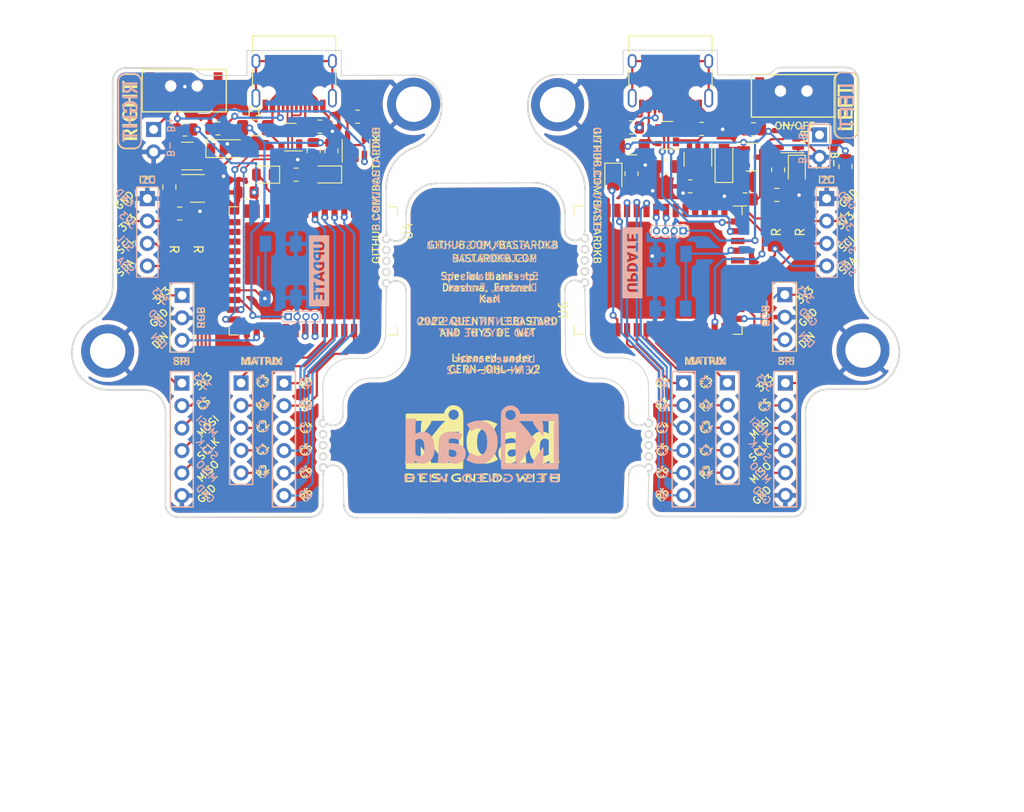
<source format=kicad_pcb>
(kicad_pcb (version 20211014) (generator pcbnew)
  (layers (0 "F.Cu" signal) (31 "B.Cu" signal) (34 "B.Paste" user) (35 "F.Paste" user) (36 "B.SilkS" user "B.Silkscreen") (37 "F.SilkS" user "F.Silkscreen") (38 "B.Mask" user) (39 "F.Mask" user) (44 "Edge.Cuts" user))
  (net 0 "")
  (net 1 "Rst")
  (net 2 "Rst2")
  (net 3 "rgb_l")
  (net 4 "ss_l")
  (net 5 "ss_r")
  (net 6 "col3_l")
  (net 7 "row1_l")
  (net 8 "col2_l")
  (net 9 "col1_l")
  (net 10 "row2_l")
  (net 11 "row4_l")
  (net 12 "row3_l")
  (net 13 "col4_l")
  (net 14 "col5_l")
  (net 15 "col6_l")
  (net 16 "row5_l")
  (net 17 "col3_r")
  (net 18 "row1_r")
  (net 19 "col2_r")
  (net 20 "col1_r")
  (net 21 "row2_r")
  (net 22 "row4_r")
  (net 23 "row3_r")
  (net 24 "col4_r")
  (net 25 "col5_r")
  (net 26 "col6_r")
  (net 27 "row5_r")
  (net 28 "GND")
  (net 29 "scl_l")
  (net 30 "sda_l")
  (net 31 "scl_r")
  (net 32 "sda_r")
  (net 33 "miso_l")
  (net 34 "sc_l")
  (net 35 "mosi_l")
  (net 36 "Net-(C2-Pad1)")
  (net 37 "miso_r")
  (net 38 "sc_r")
  (net 39 "mosi_r")
  (net 40 "Net-(D1-Pad1)")
  (net 41 "Net-(D1-Pad2)")
  (net 42 "bat_l")
  (net 43 "bat_r")
  (net 44 "bat_sw_l")
  (net 45 "bat_sw_r")
  (net 48 "Net-(D4-Pad1)")
  (net 49 "LED_1")
  (net 50 "Net-(J1-PadA5)")
  (net 52 "Net-(J1-PadB5)")
  (net 54 "Earth")
  (net 55 "Net-(R6-Pad2)")
  (net 56 "BVOLT")
  (net 58 "D-_l")
  (net 59 "D+_l")
  (net 62 "VDD_NRF_l")
  (net 63 "RAW_l")
  (net 64 "VBUS_l")
  (net 65 "SWD_l")
  (net 66 "SWC_l")
  (net 67 "Net-(C5-Pad1)")
  (net 68 "VDD_NRF_r")
  (net 69 "Net-(D5-Pad1)")
  (net 70 "Net-(D5-Pad2)")
  (net 71 "D-_r")
  (net 72 "D+_r")
  (net 73 "RAW_r")
  (net 74 "VBUS_r")
  (net 75 "Net-(D8-Pad1)")
  (net 76 "LED_r")
  (net 77 "Net-(J2-PadA5)")
  (net 79 "Net-(J2-PadB5)")
  (net 81 "SWC_r")
  (net 82 "SWD_r")
  (net 83 "Net-(R5-Pad2)")
  (net 84 "BVOLT_r")
  (net 86 "rgb_r")
  (footprint "Package_TO_SOT_SMD:SOT-23-5" (layer "F.Cu") (at 140.8176 76.0476 90)
    (fp_text reference "U1" hide)
    (fp_text value "TP4054")
  )
  (footprint "Library:5_PinHeader" (layer "F.Cu") (at 127.832542 102.8)
    (fp_text reference "J9" hide)
    (fp_text value "Ribbon")
  )
  (footprint "Grandiceps:nRF52840_holyiot_18010" (layer "F.Cu") (at 135.9982 90.1192 -90)
    (fp_text reference "U4")
    (fp_text value "nRF52840_holyiot_18010")
  )
  (footprint "Resistor_SMD:R_0805_2012Metric" (layer "F.Cu") (at 136.7517 73.8124 180)
    (fp_text reference "R8" hide)
    (fp_text value "5.1k")
  )
  (footprint "Resistor_SMD:R_0805_2012Metric" (layer "F.Cu") (at 179.8809 74.0664 180)
    (fp_text reference "R15" hide)
    (fp_text value "5.1k")
  )
  (footprint "Package_TO_SOT_SMD:SOT-23" (layer "F.Cu") (at 185.547 77.2668)
    (fp_text reference "Q2" hide)
    (fp_text value "AO3401A")
  )
  (footprint "Fuse:Fuse_1206_3216Metric" (layer "F.Cu") (at 171.9834 76.0984)
    (fp_text reference "F2" hide)
    (fp_text value "500ma")
  )
  (footprint "LOGO" (layer "F.Cu") (at 155 109.7)
    (fp_text reference "G***" hide)
    (fp_text value "LOGO" hide)
  )
  (footprint "Diode_SMD:D_0805_2012Metric" (layer "F.Cu") (at 137.5156 79.2226 180)
    (fp_text reference "D1" hide)
    (fp_text value "POWERLED")
  )
  (footprint "Capacitor_SMD:C_0805_2012Metric" (layer "F.Cu") (at 196.3166 83.8708 90)
    (fp_text reference "C6" hide)
    (fp_text value "1uF")
  )
  (footprint "Library:SW_SPDT+H-MSK12C01_hor(7pin_SMD)" (layer "F.Cu") (at 190.279 69.7843 180)
    (fp_text reference "SW4")
    (fp_text value "SW_SPDT")
  )
  (footprint "Diode_SMD:D_SOD-123" (layer "F.Cu") (at 126.111 76.3016)
    (fp_text reference "D3" hide)
    (fp_text value "1N5819")
  )
  (footprint "Library:6_PinHeader" (layer "F.Cu") (at 177.847199 102.799999)
    (fp_text reference "J12" hide)
    (fp_text value "Ribbon")
  )
  (footprint "Library:header1x03" (layer "F.Cu") (at 121.17 92.895)
    (fp_text reference "J4" hide)
    (fp_text value "RGB")
  )
  (footprint "Resistor_SMD:R_0805_2012Metric" (layer "F.Cu") (at 140.9954 72.6948 180)
    (fp_text reference "R6" hide)
    (fp_text value "10k")
  )
  (footprint "Library:header1x03" (layer "F.Cu") (at 189.27 92.82)
    (fp_text reference "J5" hide)
    (fp_text value "RGB")
  )
  (footprint "kibuzzard-61F01940" (layer "F.Cu") (at 130.15 100.307596)
    (fp_text reference "kibuzzard-61F01940" hide)
    (fp_text value "G***" hide)
  )
  (footprint "Resistor_SMD:R_0805_2012Metric" (layer "F.Cu") (at 136.0424 76.5283 -90)
    (fp_text reference "R7" hide)
    (fp_text value "1k")
  )
  (footprint "Library:MountingHole_4mm_Pad_thin" (layer "F.Cu") (at 198.103921 99.08266)
    (fp_text reference "H3" hide)
    (fp_text value "M4")
  )
  (footprint "Resistor_SMD:R_0805_2012Metric" (layer "F.Cu") (at 134.0593 79.248)
    (fp_text reference "R12" hide)
    (fp_text value "1k")
  )
  (footprint "Resistor_SMD:R_0805_2012Metric" (layer "F.Cu") (at 188.5188 78.7146 90)
    (fp_text reference "R5" hide)
    (fp_text value "10k")
  )
  (footprint "Package_TO_SOT_SMD:SOT-23-5" (layer "F.Cu") (at 179.451 77.4954 -90)
    (fp_text reference "U5" hide)
    (fp_text value "AP2112K-3.3")
  )
  (footprint "Library:PinHeader_1x04_P2.54mm_Vertical" (layer "F.Cu") (at 194 81.95)
    (fp_text reference "J13" hide)
    (fp_text value "serial")
  )
  (footprint "kibuzzard-620B8D91" (layer "F.Cu") (at 117.25 79.8)
    (fp_text reference "kibuzzard-620B8D91" hide)
    (fp_text value "G***" hide)
  )
  (footprint "Library:5_PinHeader" (layer "F.Cu") (at 182.780541 102.779999)
    (fp_text reference "J11" hide)
    (fp_text value "Ribbon")
  )
  (footprint "Grandiceps:nRF52840_holyiot_18010" (layer "F.Cu") (at 174.9486 90.043 90)
    (fp_text reference "U6")
    (fp_text value "nRF52840_holyiot_18010")
  )
  (footprint "Resistor_SMD:R_0805_2012Metric" (layer "F.Cu") (at 138.049 76.5537 -90)
    (fp_text reference "R10" hide)
    (fp_text value "10k")
  )
  (footprint "Capacitor_SMD:C_0805_2012Metric" (layer "F.Cu") (at 175.8442 78.3336 180)
    (fp_text reference "C5" hide)
    (fp_text value "1uF")
  )
  (footprint "Capacitor_SMD:C_0805_2012Metric" (layer "F.Cu") (at 188.3664 81.534)
    (fp_text reference "C4" hide)
    (fp_text value "4.7uF")
  )
  (footprint "Package_TO_SOT_SMD:SOT-23-5" (layer "F.Cu") (at 189.6364 75.2094 180)
    (fp_text reference "U2" hide)
    (fp_text value "TP4054")
  )
  (footprint "Library:R_1206_handsolder" (layer "F.Cu") (at 122.9868 87.6802 -90)
    (fp_text reference "R2" hide)
    (fp_text value "4.7k")
  )
  (footprint "Diode_SMD:D_0805_2012Metric" (layer "F.Cu") (at 130.5075 79.248 180)
    (fp_text reference "D4" hide)
    (fp_text value "LED_Small")
  )
  (footprint "Library:PinHeader_1x02_P2.54mm_Vertical" (layer "F.Cu") (at 193.1924 74.7472)
    (fp_text reference "J6" hide)
    (fp_text value "battery charge")
  )
  (footprint "Library:R_1206_handsolder" (layer "F.Cu") (at 191 85.75 -90)
    (fp_text reference "R1" hide)
    (fp_text value "5.1k")
  )
  (footprint "Library:MountingHole_4mm_Pad_thin" (layer "F.Cu") (at 112.76262 99.18266)
    (fp_text reference "H4" hide)
    (fp_text value "M4")
  )
  (footprint "Resistor_SMD:R_0805_2012Metric" (layer "F.Cu") (at 121.4882 74.1426 180)
    (fp_text reference "R11" hide)
    (fp_text value "806k")
  )
  (footprint "Resistor_SMD:R_0805_2012Metric" (layer "F.Cu") (at 178.5874 80.5688)
    (fp_text reference "R20" hide)
    (fp_text value "2M")
  )
  (footprint "kibuzzard-620B8593" (layer "F.Cu") (at 190.399 73.7343)
    (fp_text reference "kibuzzard-620B8593" hide)
    (fp_text value "G***" hide)
  )
  (footprint "kibuzzard-61F019CB" (layer "F.Cu") (at 187.1 95.22795 -90)
    (fp_text reference "kibuzzard-61F019CB" hide)
    (fp_text value "G***" hide)
  )
  (footprint "Library:6_PinHeader" (layer "F.Cu") (at 121.15 102.819999)
    (fp_text reference "J7" hide)
    (fp_text value "trackball")
  )
  (footprint "Library:MountingHole_4mm_Pad_thin" (layer "F.Cu") (at 147.33762 71.28266)
    (fp_text reference "H2" hide)
    (fp_text value "M4")
  )
  (footprint "kibuzzard-6208EFFE" (layer "F.Cu") (at 196.087721 71.627089 90)
    (fp_text reference "kibuzzard-6208EFFE" hide)
    (fp_text value "G***" hide)
  )
  (footprint "kibuzzard-61F01B61" (layer "F.Cu") (at 115.260554 71.979628 90)
    (fp_text reference "kibuzzard-61F01B61" hide)
    (fp_text value "G***" hide)
  )
  (footprint "kibuzzard-620B8D91" (layer "F.Cu") (at 194 79.8)
    (fp_text reference "kibuzzard-620B8D91" hide)
    (fp_text value "G***" hide)
  )
  (footprint "kibuzzard-61F01A92" (layer "F.Cu") (at 168.07 81.6 -90)
    (fp_text reference "kibuzzard-61F01A92" hide)
    (fp_text value "G***" hide)
  )
  (footprint "Package_TO_SOT_SMD:SOT-23" (layer "F.Cu") (at 121.7676 77.1398 180)
    (fp_text reference "Q1" hide)
    (fp_text value "AO3401A")
  )
  (footprint "Fuse:Fuse_1206_3216Metric" (layer "F.Cu") (at 129.413 73.9394)
    (fp_text reference "F1")
    (fp_text value "500ma")
  )
  (footprint "Diode_SMD:D_0805_2012Metric" (layer "F.Cu") (at 169.9006 79.629 -90)
    (fp_text reference "D8" hide)
    (fp_text value "LED_Small")
  )
  (footprint "Connector_USB:USB_C_Receptacle_HRO_TYPE-C-31-M-12" (layer "F.Cu") (at 133.8326 67.4612 180)
    (fp_text reference "J1" hide)
    (fp_text value "USB_C_Receptacle")
  )
  (footprint "Library:PinHeader_1x02_P2.54mm_Vertical" (layer "F.Cu") (at 117.9576 74.1376)
    (fp_text reference "J3" hide)
    (fp_text value "battery charge")
  )
  (footprint "Resistor_SMD:R_0805_2012Metric" (layer "F.Cu") (at 196.1134 78.3336 -90)
    (fp_text reference "R14" hide)
    (fp_text value "1k")
  )
  (footprint "Capacitor_SMD:C_0805_2012Metric" (layer "F.Cu") (at 120.904 83.6422)
    (fp_text reference "C2" hide)
    (fp_text value "1uF")
  )
  (footprint "Resistor_SMD:R_0805_2012Metric" (layer "F.Cu") (at 185.7248 74.1172 180)
    (fp_text reference "R17" hide)
    (fp_text value "10k")
  )
  (footprint "Library:PinHeader_1x04_P2.54mm_Vertical" (layer "F.Cu") (at 117.25 81.95)
    (fp_text reference "J14" hide)
    (fp_text value "serial")
  )
  (footprint "Resistor_SMD:R_0805_2012Metric" (layer "F.Cu") (at 184.785 82.042)
    (fp_text reference "R18" hide)
    (fp_text value "806k")
  )
  (footprint "Package_TO_SOT_SMD:SOT-143" (layer "F.Cu") (at 133.4008 75.0062 180)
    (fp_text reference "D2" hide)
    (fp_text value "SR05")
  )
  (footprint "kibuzzard-61F01957" (layer "F.Cu") (at 121.07 100.319999)
    (fp_text reference "kibuzzard-61F01957" hide)
    (fp_text value "G***" hide)
  )
  (footprint "Resistor_SMD:R_0805_2012Metric" (layer "F.Cu") (at 171.958 79.1464 -90)
    (fp_text reference "R19" hide)
    (fp_text value "1k")
  )
  (footprint "kibuzzard-61F01940" (layer "F.Cu") (at 180.2962 100.287596)
    (fp_text reference "kibuzzard-61F01940" hide)
    (fp_text value "G***" hide)
  )
  (footprint "Resistor_SMD:R_0805_2012Metric" (layer "F.Cu") (at 128.397 81.2546)
    (fp_text reference "R13" hide)
    (fp_text value "2M")
  )
  (footprint "Library:R_1206_handsolder" (layer "F.Cu") (at 120.269 87.6808 -90)
    (fp_text reference "R4" hide)
    (fp_text value "4.7k")
  )
  (footprint "Library:SW_SPDT+H-MSK12C01_hor(7pin_SMD)" (layer "F.Cu") (at 121.3866 69.215 180)
    (fp_text reference "SW3")
    (fp_text value "SW_SPDT")
  )
  (footprint "Capacitor_SMD:C_0805_2012Metric" (layer "F.Cu") (at 114.681 82.3722 90)
    (fp_text reference "C3" hide)
    (fp_text value "1uF")
  )
  (footprint "Library:MountingHole_4mm_Pad_thin" (layer "F.Cu") (at 163.603921 71.33266)
    (fp_text reference "H1" hide)
    (fp_text value "M4")
  )
  (footprint "Resistor_SMD:R_0805_2012Metric" (layer "F.Cu") (at 171.9307 73.914)
    (fp_text reference "R16" hide)
    (fp_text value "5.1k")
  )
  (footprint "Resistor_SMD:R_0805_2012Metric" (layer "F.Cu") (at 125.222 74.0156)
    (fp_text reference "R9" hide)
    (fp_text value "5.1k")
  )
  (footprint "Connector_USB:USB_C_Receptacle_HRO_TYPE-C-31-M-12" (layer "F.Cu") (at 176.3522 67.4612 180)
    (fp_text reference "J2" hide)
    (fp_text value "USB_C_Receptacle")
  )
  (footprint "kibuzzard-61F019CB" (layer "F.Cu") (at 123.3 95.39205 90)
    (fp_text reference "kibuzzard-61F019CB" hide)
    (fp_text value "G***" hide)
  )
  (footprint "kibuzzard-61F01A92" (layer "F.Cu") (at 143.1 81.6 90)
    (fp_text reference "kibuzzard-61F01A92" hide)
    (fp_text value "G***" hide)
  )
  (footprint "kibuzzard-61F01957" (layer "F.Cu") (at 189.423399 100.299999)
    (fp_text reference "kibuzzard-61F01957" hide)
    (fp_text value "G***" hide)
  )
  (footprint "Package_TO_SOT_SMD:SOT-143" (layer "F.Cu") (at 175.9712 74.791 180)
    (fp_text reference "D6" hide)
    (fp_text value "SR05")
  )
  (footprint "Capacitor_SMD:C_0805_2012Metric" (layer "F.Cu") (at 119.7356 80.6552 -90)
    (fp_text reference "C1" hide)
    (fp_text value "4.7uF")
  )
  (footprint "Diode_SMD:D_0805_2012Metric" (layer "F.Cu") (at 190.627 78.74 -90)
    (fp_text reference "D5" hide)
    (fp_text value "POWERLED")
  )
  (footprint "Diode_SMD:D_SOD-123" (layer "F.Cu") (at 182.3974 77.8764 90)
    (fp_text reference "D7" hide)
    (fp_text value "1N5819")
  )
  (footprint "Library:R_1206_handsolder" (layer "F.Cu") (at 188.21 85.75 -90)
    (fp_text reference "R3" hide)
    (fp_text value "5.1k")
  )
  (footprint "Library:6_PinHeader" (layer "F.Cu") (at 189.337689 102.799999)
    (fp_text reference "J8" hide)
    (fp_text value "trackball")
  )
  (footprint "Package_TO_SOT_SMD:SOT-23-5" (layer "F.Cu") (at 122.9106 80.7974)
    (fp_text reference "U3" hide)
    (fp_text value "AP2112K-3.3")
  )
  (footprint "Library:6_PinHeader" (layer "F.Cu") (at 132.689684 102.819999)
    (fp_text reference "J10" hide)
    (fp_text value "Ribbon")
  )
  (footprint "kibuzzard-6208E810" (layer "B.Cu") (at 168.07 79.728176 90)
    (fp_text reference "kibuzzard-6208E810" hide)
    (fp_text value "G***" hide)
  )
  (footprint "kibuzzard-61F01957" (layer "B.Cu") (at 189.443399 100.299999 180)
    (fp_text reference "kibuzzard-61F01957" hide)
    (fp_text value "G***" hide)
  )
  (footprint "kibuzzard-61F01C84" (layer "B.Cu") (at 136.652 90.1192 -90)
    (fp_text reference "kibuzzard-61F01C84" hide)
    (fp_text value "G***" hide)
  )
  (footprint "kibuzzard-61F019CB" (layer "B.Cu") (at 123.3 95.42 -90)
    (fp_text reference "kibuzzard-61F019CB" hide)
    (fp_text value "G***" hide)
  )
  (footprint "Library:PinHeader_1x04_P1.00mm_Vertical" (layer "B.Cu") (at 177.7746 85.598 90)
    (fp_text reference "J16" hide)
    (fp_text value "Conn_01x04_Female")
  )
  (footprint "kibuzzard-620B8D91" (layer "B.Cu") (at 194 79.8 180)
    (fp_text reference "kibuzzard-620B8D91" hide)
    (fp_text value "G***" hide)
  )
  (footprint "Library:PushSwitch" (layer "B.Cu") (at 176.3014 91.2876 90)
    (fp_text reference "SW2" hide)
    (fp_text value "SW_SPST")
  )
  (footprint "kibuzzard-6208E810" (layer "B.Cu") (at 143.1 79.728176 -90)
    (fp_text reference "kibuzzard-6208E810" hide)
    (fp_text value "G***" hide)
  )
  (footprint "kibuzzard-61F01C84" (layer "B.Cu") (at 172.049 89.2088 90)
    (fp_text reference "kibuzzard-61F01C84" hide)
    (fp_text value "G***" hide)
  )
  (footprint "kibuzzard-6208EFFE" (layer "B.Cu") (at 196.287721 71.627089 -90)
    (fp_text reference "kibuzzard-6208EFFE" hide)
    (fp_text value "G***" hide)
  )
  (footprint "kibuzzard-620B8D91" (layer "B.Cu") (at 117.25 79.8 180)
    (fp_text reference "kibuzzard-620B8D91" hide)
    (fp_text value "G***" hide)
  )
  (footprint "Library:PushSwitch" (layer "B.Cu") (at 132.334 90.1446 -90)
    (fp_text reference "SW1" hide)
    (fp_text value "SW_SPST")
  )
  (footprint "kibuzzard-61F01940" (layer "B.Cu") (at 130.2 100.307596 180)
    (fp_text reference "kibuzzard-61F01940" hide)
    (fp_text value "G***" hide)
  )
  (footprint "LOGO" (layer "B.Cu") (at 155.137365 109.729936 180)
    (fp_text reference "G***" hide)
    (fp_text value "LOGO" hide)
  )
  (footprint "kibuzzard-61F01957" (layer "B.Cu") (at 121.15 100.319999 180)
    (fp_text reference "kibuzzard-61F01957" hide)
    (fp_text value "G***" hide)
  )
  (footprint "kibuzzard-61F01940" (layer "B.Cu") (at 180.3462 100.287596 180)
    (fp_text reference "kibuzzard-61F01940" hide)
    (fp_text value "G***" hide)
  )
  (footprint "kibuzzard-61F01B61" (layer "B.Cu") (at 115.281533 72.159998 -90)
    (fp_text reference "kibuzzard-61F01B61" hide)
    (fp_text value "G***" hide)
  )
  (footprint "kibuzzard-61F019CB" (layer "B.Cu") (at 187.1 95.2 90)
    (fp_text reference "kibuzzard-61F019CB" hide)
    (fp_text value "G***" hide)
  )
  (footprint "Library:PinHeader_1x04_P1.00mm_Vertical" (layer "B.Cu") (at 133.1722 95.3008 -90)
    (fp_text reference "J15" hide)
    (fp_text value "Conn_01x04_Female")
  )
  (gr_arc (start 116.561857 75.456715) (mid 116.331104 75.999999) (end 115.790779 76.237604) (layer "B.SilkS") (width 0.15))
  (gr_line (start 195.779881 67.706011) (end 196.798992 67.706011) (layer "B.SilkS") (width 0.12))
  (gr_arc (start 197.579881 74.327089) (mid 197.349101 74.870346) (end 196.808803 75.107978) (layer "B.SilkS") (width 0.12))
  (gr_line (start 113.990779 68.616526) (end 113.990779 75.441526) (layer "B.SilkS") (width 0.15))
  (gr_arc (start 195.008803 68.4869) (mid 195.239586 67.943644) (end 195.779881 67.706011) (layer "B.SilkS") (width 0.12))
  (gr_arc (start 196.798992 67.706011) (mid 197.350899 67.945678) (end 197.579882 68.502089) (layer "B.SilkS") (width 0.12))
  (gr_line (start 197.579881 74.327089) (end 197.579881 68.502089) (layer "B.SilkS") (width 0.12))
  (gr_line (start 196.808803 75.107978) (end 195.789692 75.107978) (layer "B.SilkS") (width 0.12))
  (gr_line (start 195.008803 68.4869) (end 195.008802 74.3119) (layer "B.SilkS") (width 0.12))
  (gr_arc (start 113.990779 68.616526) (mid 114.221534 68.073242) (end 114.761857 67.835637) (layer "B.SilkS") (width 0.15))
  (gr_line (start 116.561857 75.456715) (end 116.561858 68.631715) (layer "B.SilkS") (width 0.15))
  (gr_line (start 114.761857 67.835637) (end 115.780968 67.835637) (layer "B.SilkS") (width 0.15))
  (gr_arc (start 195.789692 75.107978) (mid 195.237799 74.868305) (end 195.008802 74.3119) (layer "B.SilkS") (width 0.12))
  (gr_line (start 115.790779 76.237604) (end 114.771668 76.237604) (layer "B.SilkS") (width 0.15))
  (gr_arc (start 114.771668 76.237604) (mid 114.219804 75.997902) (end 113.990778 75.441526) (layer "B.SilkS") (width 0.15))
  (gr_rect (start 191.9564 78.4422) (end 194.3564 73.5422) (layer "B.SilkS") (width 0.15) (fill none))
  (gr_arc (start 115.780968 67.835637) (mid 116.33285 68.07533) (end 116.561858 68.631715) (layer "B.SilkS") (width 0.15))
  (gr_rect (start 191.9564 73.5422) (end 194.3564 78.4622) (layer "F.SilkS") (width 0.15) (fill none))
  (gr_line (start 115.759989 76.303989) (end 114.740878 76.303989) (layer "F.SilkS") (width 0.15))
  (gr_line (start 116.540879 75.507911) (end 116.540878 68.682911) (layer "F.SilkS") (width 0.15))
  (gr_arc (start 115.7698 67.902022) (mid 116.310128 68.139627) (end 116.540878 68.682911) (layer "F.SilkS") (width 0.15))
  (gr_line (start 195.618611 67.706011) (end 196.637722 67.706011) (layer "F.SilkS") (width 0.12))
  (gr_arc (start 196.637722 67.706011) (mid 197.178017 67.943644) (end 197.4088 68.4869) (layer "F.SilkS") (width 0.12))
  (gr_rect (start 116.6622 67.3484) (end 126.1622 72.1484) (layer "F.SilkS") (width 0.15) (fill none))
  (gr_arc (start 194.837721 68.502089) (mid 195.066728 67.945702) (end 195.618611 67.706011) (layer "F.SilkS") (width 0.12))
  (gr_arc (start 197.408801 74.3119) (mid 197.179799 74.868301) (end 196.627911 75.107978) (layer "F.SilkS") (width 0.12))
  (gr_arc (start 195.6088 75.107978) (mid 195.068495 74.870352) (end 194.837722 74.327089) (layer "F.SilkS") (width 0.12))
  (gr_line (start 196.627911 75.107978) (end 195.6088 75.107978) (layer "F.SilkS") (width 0.12))
  (gr_line (start 194.837721 68.502089) (end 194.837722 74.327089) (layer "F.SilkS") (width 0.12))
  (gr_arc (start 114.740878 76.303989) (mid 114.200552 76.066388) (end 113.9698 75.5231) (layer "F.SilkS") (width 0.15))
  (gr_arc (start 116.540879 75.507911) (mid 116.311854 76.064292) (end 115.759989 76.303989) (layer "F.SilkS") (width 0.15))
  (gr_line (start 197.4088 74.3119) (end 197.4088 68.4869) (layer "F.SilkS") (width 0.12))
  (gr_line (start 114.750689 67.902022) (end 115.7698 67.902022) (layer "F.SilkS") (width 0.15))
  (gr_rect (start 185.499 67.9343) (end 194.999 72.7343) (layer "F.SilkS") (width 0.15) (fill none))
  (gr_arc (start 113.969799 68.6981) (mid 114.198805 68.141688) (end 114.750689 67.902022) (layer "F.SilkS") (width 0.15))
  (gr_line (start 113.9698 68.6981) (end 113.9698 75.5231) (layer "F.SilkS") (width 0.15))
  (gr_arc (start 173.792097 112.733917) (mid 173.876853 112.972999) (end 173.90589 113.224993) (layer "Edge.Cuts") (width 0.2))
  (gr_line (start 128.4986 65.2018) (end 128.4986 68.0212) (layer "Edge.Cuts") (width 0.1))
  (gr_arc (start 113.341486 91.773749) (mid 112.713926 94.049213) (end 111.001486 95.673749) (layer "Edge.Cuts") (width 0.2))
  (gr_line (start 168.715247 102.254538) (end 167.490399 102.254538) (layer "Edge.Cuts") (width 0.1))
  (gr_line (start 137.096291 106.475003) (end 137.07 103.02) (layer "Edge.Cuts") (width 0.1))
  (gr_arc (start 123.961303 68.03306) (mid 123.432539 67.923329) (end 123 67.6) (layer "Edge.Cuts") (width 0.1))
  (gr_line (start 120.775358 117.982362) (end 135.631351 117.953354) (layer "Edge.Cuts") (width 0.2))
  (gr_line (start 181.6608 67.9704) (end 181.6481 65.1764) (layer "Edge.Cuts") (width 0.1))
  (gr_circle (center 166.676385 90.188657) (end 166.676385 90.588657) (layer "Edge.Cuts") (width 0.2) (fill none))
  (gr_arc (start 144.230005 80.872466) (mid 144.961194 78.178153) (end 147.046951 76.322466) (layer "Edge.Cuts") (width 0.2))
  (gr_line (start 170.932032 99.95202) (end 169.060898 99.95202) (layer "Edge.Cuts") (width 0.1))
  (gr_line (start 186.969595 67.96508) (end 181.6608 67.9704) (layer "Edge.Cuts") (width 0.1))
  (gr_line (start 141.87 100.02) (end 139.998866 100.02) (layer "Edge.Cuts") (width 0.1))
  (gr_circle (center 137.102181 109.849998) (end 137.102181 110.249998) (layer "Edge.Cuts") (width 0.2) (fill none))
  (gr_arc (start 146.48 85.627716) (mid 145.830958 86.649039) (end 144.631224 86.490941) (layer "Edge.Cuts") (width 0.2))
  (gr_line (start 139.454235 116.557869) (end 139.358068 113.221065) (layer "Edge.Cuts") (width 0.1))
  (gr_arc (start 144.353864 91.890163) (mid 143.92409 91.26161) (end 144.640003 91.520942) (layer "Edge.Cuts") (width 0.2))
  (gr_arc (start 191.628074 116.465413) (mid 191.192415 117.495394) (end 190.15554 117.914382) (layer "Edge.Cuts") (width 0.2))
  (gr_line (start 146.48 85.627716) (end 146.488218 83.7) (layer "Edge.Cuts") (width 0.1))
  (gr_line (start 140.903204 118.03399) (end 170.087195 118.041847) (layer "Edge.Cuts") (width 0.1))
  (gr_arc (start 166.560598 91.822183) (mid 166.648817 92.061652) (end 166.689112 92.313653) (layer "Edge.Cuts") (width 0.2))
  (gr_line (start 173.90589 113.224993) (end 173.837548 116.409253) (layer "Edge.Cuts") (width 0.1))
  (gr_arc (start 168.715247 102.254538) (mid 170.739638 103.207857) (end 171.644113 105.254538) (layer "Edge.Cuts") (width 0.1))
  (gr_arc (start 173.504672 112.365697) (mid 174.219675 112.103869) (end 173.792097 112.733917) (layer "Edge.Cuts") (width 0.2))
  (gr_line (start 144.230005 85.631645) (end 144.230005 80.872466) (layer "Edge.Cuts") (width 0.1))
  (gr_line (start 112.943471 103.585074) (end 116.773949 103.576051) (layer "Edge.Cuts") (width 0.2))
  (gr_arc (start 147.305648 67.994096) (mid 149.64034 69.075303) (end 150.500942 71.5) (layer "Edge.Cuts") (width 0.2))
  (gr_arc (start 144.17 97.12) (mid 143.551367 98.991429) (end 141.87 100.02) (layer "Edge.Cuts") (width 0.1))
  (gr_arc (start 199.929412 95.605769) (mid 202.084528 100.328794) (end 197.987427 103.517094) (layer "Edge.Cuts") (width 0.2))
  (gr_circle (center 144.233714 87.756642) (end 144.233714 88.156642) (layer "Edge.Cuts") (width 0.2) (fill none))
  (gr_arc (start 173.894109 106.475005) (mid 173.865952 106.727098) (end 173.782031 106.966475) (layer "Edge.Cuts") (width 0.2))
  (gr_arc (start 160.25 71.5) (mid 161.167564 68.985797) (end 163.62525 67.926116) (layer "Edge.Cuts") (width 0.2))
  (gr_line (start 137.108072 113.224991) (end 137.09335 116.477233) (layer "Edge.Cuts") (width 0.1))
  (gr_circle (center 144.235895 89.00664) (end 144.235895 89.40664) (layer "Edge.Cuts") (width 0.2) (fill none))
  (gr_arc (start 150.500942 71.5) (mid 149.564986 74.477799) (end 147.046951 76.322466) (layer "Edge.Cuts") (width 0.2))
  (gr_circle (center 173.902181 111.099996) (end 173.902181 110.699996) (layer "Edge.Cuts") (width 0.2) (fill none))
  (gr_arc (start 137.506289 112.3643) (mid 138.705464 112.202013) (end 139.358068 113.221065) (layer "Edge.Cuts") (width 0.2))
  (gr_arc (start 144.640003 91.520942) (mid 145.839178 91.358655) (end 146.491782 92.377707) (layer "Edge.Cuts") (width 0.2))
  (gr_arc (start 144.241786 92.381633) (mid 144.269943 92.12954) (end 144.353864 91.890163) (layer "Edge.Cuts") (width 0.2))
  (gr_line (start 139.1666 68.0212) (end 139.1666 65.2018) (layer "Edge.Cuts") (width 0.1))
  (gr_line (start 171.0182 67.945) (end 171.0055 65.1764) (layer "Edge.Cuts") (width 0.1))
  (gr_line (start 171.644113 106.478931) (end 171.644113 105.254538) (layer "Edge.Cuts") (width 0.1))
  (gr_line (start 144.17 97.12) (end 144.241786 92.381633) (layer "Edge.Cuts") (width 0.1))
  (gr_line (start 191.616949 106.048071) (end 191.628074 116.465413) (layer "Edge.Cuts") (width 0.2))
  (gr_arc (start 170.932032 99.95202) (mid 172.956423 100.905339) (end 173.860898 102.95202) (layer "Edge.Cuts") (width 0.1))
  (gr_arc (start 139.346286 106.471074) (mid 138.697244 107.492397) (end 137.49751 107.334299) (layer "Edge.Cuts") (width 0.2))
  (gr_arc (start 137.210084 106.966079) (mid 137.125328 106.726997) (end 137.096291 106.475003) (layer "Edge.Cuts") (width 0.2))
  (gr_line (start 164.434462 85.559736) (end 164.44268 83.63202) (layer "Edge.Cuts") (width 0.1))
  (gr_line (start 166.689112 92.313653) (end 166.760898 97.05202) (layer "Edge.Cuts") (width 0.1))
  (gr_line (start 146.491782 92.377707) (end 146.5 99.317815) (layer "Edge.Cuts") (width 0.1))
  (gr_arc (start 166.283238 86.422961) (mid 165.083504 86.581059) (end 164.434462 85.559736) (layer "Edge.Cuts") (width 0.2))
  (gr_circle (center 173.9 109.849998) (end 173.9 109.449998) (layer "Edge.Cuts") (width 0.2) (fill none))
  (gr_arc (start 122.1 67.2) (mid 122.587196 67.31631) (end 123 67.6) (layer "Edge.Cuts") (width 0.1))
  (gr_line (start 139.346286 105.246681) (end 139.346286 106.471074) (layer "Edge.Cuts") (width 0.1))
  (gr_line (start 139.1666 65.2018) (end 128.4986 65.2018) (layer "Edge.Cuts") (width 0.1))
  (gr_arc (start 187.930898 67.53202) (mid 187.498359 67.855349) (end 186.969595 67.96508) (layer "Edge.Cuts") (width 0.1))
  (gr_line (start 122.1 67.2) (end 114.781486 67.183749) (layer "Edge.Cuts") (width 0.2))
  (gr_arc (start 139.346286 105.246681) (mid 140.250761 103.2) (end 142.275152 102.246681) (layer "Edge.Cuts") (width 0.1))
  (gr_arc (start 167.490399 102.254538) (mid 165.443718 101.350063) (end 164.490399 99.325672) (layer "Edge.Cuts") (width 0.1))
  (gr_circle (center 173.897818 108.600001) (end 173.897818 108.200001) (layer "Edge.Cuts") (width 0.2) (fill none))
  (gr_arc (start 163.703991 76.322466) (mid 161.185957 74.477798) (end 160.25 71.5) (layer "Edge.Cuts") (width 0.2))
  (gr_circle (center 137.1 108.6) (end 137.1 109) (layer "Edge.Cuts") (width 0.2) (fill none))
  (gr_arc (start 137.497509 107.334299) (mid 136.782506 107.596127) (end 137.210084 106.966079) (layer "Edge.Cuts") (width 0.2))
  (gr_arc (start 169.060898 99.95202) (mid 167.379531 98.923449) (end 166.760898 97.05202) (layer "Edge.Cuts") (width 0.1))
  (gr_arc (start 112.943471 103.585074) (mid 108.84637 100.396774) (end 111.001486 95.673749) (layer "Edge.Cuts") (width 0.2))
  (gr_arc (start 144.343798 86.122721) (mid 144.259042 85.883639) (end 144.230005 85.631645) (layer "Edge.Cuts") (width 0.2))
  (gr_line (start 173.860898 102.95202) (end 173.894109 106.475005) (layer "Edge.Cuts") (width 0.1))
  (gr_line (start 139.1666 68.0212) (end 147.305648 67.994096) (layer "Edge.Cuts") (width 0.1))
  (gr_line (start 175.299547 117.885374) (end 190.15554 117.914382) (layer "Edge.Cuts") (width 0.2))
  (gr_circle (center 137.104363 111.099995) (end 137.104363 111.499995) (layer "Edge.Cuts") (width 0.2) (fill none))
  (gr_arc (start 113.331486 68.653749) (mid 113.754912 67.621278) (end 114.781486 67.183749) (layer "Edge.Cuts") (width 0.2))
  (gr_arc (start 146.5 99.317815) (mid 145.546681 101.342206) (end 143.5 102.246681) (layer "Edge.Cuts") (width 0.1))
  (gr_line (start 197.589412 91.705769) (end 197.599412 68.585769) (layer "Edge.Cuts") (width 0.2))
  (gr_line (start 119.302824 116.533393) (end 119.313949 106.116051) (layer "Edge.Cuts") (width 0.2))
  (gr_arc (start 187.930898 67.53202) (mid 188.343703 67.24833) (end 188.830898 67.13202) (layer "Edge.Cuts") (width 0.1))
  (gr_arc (start 163.703991 76.322466) (mid 165.856247 78.16381) (end 166.684457 80.872466) (layer "Edge.Cuts") (width 0.2))
  (gr_arc (start 173.782031 106.966475) (mid 174.211805 107.595028) (end 173.495892 107.335696) (layer "Edge.Cuts") (width 0.2))
  (gr_line (start 163.62525 67.926116) (end 171.0182 67.945) (layer "Edge.Cuts") (width 0.1))
  (gr_line (start 194.156949 103.508071) (end 197.987427 103.517094) (layer "Edge.Cuts") (width 0.2))
  (gr_line (start 123.961303 68.03306) (end 128.4986 68.0212) (layer "Edge.Cuts") (width 0.1))
  (gr_arc (start 137.09335 116.477233) (mid 136.67 117.52) (end 135.631351 117.953354) (layer "Edge.Cuts") (width 0.2))
  (gr_arc (start 171.655895 113.228922) (mid 172.304937 112.207599) (end 173.504671 112.365697) (layer "Edge.Cuts") (width 0.2))
  (gr_arc (start 173.495892 107.335696) (mid 172.296717 107.497983) (end 171.644113 106.478931) (layer "Edge.Cuts") (width 0.2))
  (gr_arc (start 120.775358 117.982362) (mid 119.738483 117.563374) (end 119.302824 116.533393) (layer "Edge.Cuts") (width 0.2))
  (gr_line (start 171.0055 65.1764) (end 181.6481 65.1764) (layer "Edge.Cuts") (width 0.1))
  (gr_line (start 143.5 102.246681) (end 142.275152 102.246681) (layer "Edge.Cuts") (width 0.1))
  (gr_arc (start 171.536164 116.565726) (mid 171.117394 117.603878) (end 170.087195 118.041847) (layer "Edge.Cuts") (width 0.2))
  (gr_circle (center 166.678567 88.93866) (end 166.678567 89.33866) (layer "Edge.Cuts") (width 0.2) (fill none))
  (gr_circle (center 166.680748 87.688662) (end 166.680748 88.088662) (layer "Edge.Cuts") (width 0.2) (fill none))
  (gr_arc (start 166.684457 85.563665) (mid 166.65542 85.815659) (end 166.570664 86.054741) (layer "Edge.Cuts") (width 0.2))
  (gr_arc (start 116.773949 103.576051) (mid 118.57 104.32) (end 119.313949 106.116051) (layer "Edge.Cuts") (width 0.2))
  (gr_arc (start 144.631223 86.490941) (mid 143.91622 86.752769) (end 144.343798 86.122721) (layer "Edge.Cuts") (width 0.2))
  (gr_line (start 171.655895 113.228922) (end 171.536164 116.565726) (layer "Edge.Cuts") (width 0.1))
  (gr_arc (start 146.488218 83.7) (mid 147.519123 81.230649) (end 149.999469 80.226486) (layer "Edge.Cuts") (width 0.2))
  (gr_arc (start 137.108072 113.224991) (mid 137.136229 112.972898) (end 137.22015 112.733521) (layer "Edge.Cuts") (width 0.2))
  (gr_line (start 196.149412 67.115769) (end 188.830898 67.13202) (layer "Edge.Cuts") (width 0.2))
  (gr_arc (start 137.07 103.02) (mid 137.974475 100.973319) (end 139.998866 100.02) (layer "Edge.Cuts") (width 0.1))
  (gr_arc (start 140.903204 118.03399) (mid 139.873005 117.596021) (end 139.454235 116.557869) (layer "Edge.Cuts") (width 0.2))
  (gr_arc (start 175.299547 117.885374) (mid 174.260898 117.45202) (end 173.837548 116.409253) (layer "Edge.Cuts") (width 0.2))
  (gr_line (start 164.42268 92.309727) (end 164.490399 99.325672) (layer "Edge.Cuts") (width 0.1))
  (gr_arc (start 199.929412 95.605769) (mid 198.216972 93.981233) (end 197.589412 91.705769) (layer "Edge.Cuts") (width 0.2))
  (gr_line (start 166.684457 80.872466) (end 166.684457 85.563665) (layer "Edge.Cuts") (width 0.1))
  (gr_arc (start 164.42268 92.309727) (mid 165.075283 91.290673) (end 166.274459 91.452962) (layer "Edge.Cuts") (width 0.2))
  (gr_arc (start 196.149412 67.115769) (mid 197.175986 67.553298) (end 197.599412 68.585769) (layer "Edge.Cuts") (width 0.2))
  (gr_arc (start 160.931429 80.158506) (mid 163.411775 81.162669) (end 164.44268 83.63202) (layer "Edge.Cuts") (width 0.2))
  (gr_circle (center 144.238077 90.256637) (end 144.238077 90.656637) (layer "Edge.Cuts") (width 0.2) (fill none))
  (gr_arc (start 137.22015 112.733521) (mid 136.790376 112.104968) (end 137.506289 112.3643) (layer "Edge.Cuts") (width 0.2))
  (gr_line (start 113.331486 68.653749) (end 113.341486 91.773749) (layer "Edge.Cuts") (width 0.2))
  (gr_arc (start 166.570664 86.054741) (mid 166.998242 86.684789) (end 166.283239 86.422961) (layer "Edge.Cuts") (width 0.2))
  (gr_arc (start 166.274459 91.452962) (mid 166.990372 91.19363) (end 166.560598 91.822183) (layer "Edge.Cuts") (width 0.2))
  (gr_line (start 149.999469 80.226486) (end 160.931429 80.158506) (layer "Edge.Cuts") (width 0.1))
  (gr_arc (start 191.616949 106.048071) (mid 192.360898 104.25202) (end 194.156949 103.508071) (layer "Edge.Cuts") (width 0.2))
  (gr_text "R4" (at 175.37 102.76 -45) (layer "B.SilkS") (effects (font (size 0.8 0.8)) (justify mirror)))
  (gr_text "C2" (at 180.3462 107.82 -45) (layer "B.SilkS") (effects (font (size 0.8 0.8)) (justify mirror)))
  (gr_text "C4" (at 175.37 107.84 -45) (layer "B.SilkS") (effects (font (size 0.8 0.8)) (justify mirror)))
  (gr_text "B-" (at 119.8626 76.3524 270) (layer "B.SilkS") (effects (font (size 0.8 0.8)) (justify mirror)))
  (gr_text "R4" (at 135.0938 102.760001 315) (layer "B.SilkS") (effects (font (size 0.8 0.8)) (justify mirror)))
  (gr_text "C6" (at 135.0938 112.920001 315) (layer "B.SilkS") (effects (font (size 0.8 0.8)) (justify mirror)))
  (gr_text "R5" (at 135.0938 115.460001 315) (layer "B.SilkS") (effects (font (size 0.8 0.8)) (justify mirror)))
  (gr_text "R2" (at 180.3462 112.9 -45) (layer "B.SilkS") (effects (font (size 0.8 0.8)) (justify mirror)))
  (gr_text "C6" (at 175.37 112.92 -45) (layer "B.SilkS") (effects (font (size 0.8 0.8)) (justify mirror)))
  (gr_text "R5" (at 175.3446 115.454058 -45) (layer "B.SilkS") (effects (font (size 0.8 0.8)) (justify mirror)))
  (gr_text "B-" (at 191.2366 77.1398 270) (layer "B.SilkS") (effects (font (size 0.8 0.8)) (justify mirror)))
  (gr_text "GND" (at 123.788375 115.319999 -45) (layer "B.SilkS") (effects (font (size 0.8 0.8)) (justify mirror)))
  (gr_text "C1" (at 130.25 110.279999 -45) (layer "B.SilkS") (effects (font (size 0.8 0.8)) (justify mirror)))
  (gr_text "GND" (at 191.9 95.36 -45) (layer "B.SilkS") (effects (font (size 0.8 0.8)) (justify mirror)))
  (gr_text "SCL" (at 114.763469 86.96 -45) (layer "B.SilkS") (effects (font (size 0.8 0.8)) (justify mirror)))
  (gr_text "GND" (at 118.399814 95.54 -45) (layer "B.SilkS") (effects (font (size 0.8 0.8)) (justify mirror)))
  (gr_text "R1" (at 180.3462 105.28 -45) (layer "B.SilkS") (effects (font (size 0.8 0.8)) (justify mirror)))
  (gr_text "3V3" (at 123.438189 102.619999 -45) (layer "B.SilkS") (effects (font (size 0.8 0.8)) (justify mirror)))
  (gr_text "3v3" (at 196.082471 84.710001 -45) (layer "B.SilkS") (effects (font (size 0.8 0.8)) (justify mirror)))
  (gr_text "R1" (at 130.25 105.199999 -45) (layer "B.SilkS") (effects (font (size 0.8 0.8)) (justify mirror)))
  (gr_text "C5" (at 175.37 110.38 -45) (layer "B.SilkS") (effects (font (size 0.8 0.8)) (justify mirror)))
  (gr_text "2022 QUENTIN LEBASTARD\nAND THYS DE WET\n" (at 155.55 96.5) (layer "B.SilkS") (effects (font (size 0.8 0.8)) (justify mirror)))
  (gr_text "C4" (at 135.0938 107.840001 315) (layer "B.SilkS") (effects (font (size 0.8 0.8)) (justify mirror)))
  (gr_text "BASTARDKB.COM" (at 156.47 88.72) (layer "B.SilkS") (effects (font (size 0.8 0.8) (thickness 0.12)) (justify mirror)))
  (gr_text "SDA" (at 196.365313 89.79 -45) (layer "B.SilkS") (effects (font (size 0.8 0.8)) (justify mirror)))
  (gr_text "Special thanks to:\nDrashna, Freznel \nKarl" (at 155.92 92.02) (layer "B.SilkS") (effects (font (size 0.8 0.8)) (justify mirror)))
  (gr_text "DIN" (at 118.54797 98.08 -45) (layer "B.SilkS") (effects (font (size 0.8 0.8)) (justify mirror)))
  (gr_text "3V3" (at 118.75 93 -45) (layer "B.SilkS") (effects (font (size 0.8 0.8)) (justify mirror)))
  (gr_text "MOSI" (at 186.4962 107.879998 -45) (layer "B.SilkS") (effects (font (size 0.8 0.8)) (justify mirror)))
  (gr_text "GND" (at 114.682657 81.880001 -45) (layer "B.SilkS") (effects (font (size 0.8 0.8)) (justify mirror)))
  (gr_text "GND" (at 186.657824 115.499999 -45) (layer "B.SilkS") (effects (font (size 0.8 0.8)) (justify mirror)))
  (gr_text "R3" (at 135.0938 105.300001 315) (layer "B.SilkS") (effects (font (size 0.8 0.8)) (justify mirror)))
  (gr_text "MISO" (at 186.4962 112.959998 -45) (layer "B.SilkS") (effects (font (size 0.8 0.8)) (justify mirror)))
  (gr_text "CS" (at 186.967604 105.339999 -45) (layer "B.SilkS") (effects (font (size 0.8 0.8)) (justify mirror)))
  (gr_text "MOSI" (at 123.95 107.699998 -45) (layer "B.SilkS") (effects (font (size 0.8 0.8)) (justify mirror)))
  (gr_text "MISO" (at 123.95 112.779998 -45) (layer "B.SilkS") (effects (font (size 0.8 0.8)) (justify mirror)))
  (gr_text "R2" (at 130.25 112.819999 -45) (layer "B.SilkS") (effects (font (size 0.8 0.8)) (justify mirror)))
  (gr_text "C3" (at 180.3462 102.74 -45) (layer "B.SilkS") (effects (font (size 0.8 0.8)) (justify mirror)))
  (gr_text "GND" (at 196.3 82.170001 -45) (layer "B.SilkS") (effects (font (size 0.8 0.8)) (justify mirror)))
  (gr_text "C3" (at 130.25 102.659999 -45) (layer "B.SilkS") (effects (font (size 0.8 0.8)) (justify mirror)))
  (gr_text "3V3" (at 115.032843 84.420001 -45) (layer "B.SilkS") (effects (font (size 0.8 0.8)) (justify mirror)))
  (gr_text "GITHUB.COM/BASTARDKB" (at 156.15 87.25) (layer "B.SilkS") (effects (font (size 0.8 0.8) (thickness 0.12)) (justify mirror)))
  (gr_text "R3" (at 175.37 105.3 -45) (layer "B.SilkS") (effects (font (size 0.8 0.8)) (justify mirror)))
  (gr_text "B+" (at 119.888 73.5838 -90) (layer "B.SilkS") (effects (font (size 0.8 0.8)) (justify mirror)))
  (gr_text "SCL" (at 196.351845 87.25 -45) (layer "B.SilkS") (effects (font (size 0.8 0.8)) (justify mirror)))
  (gr_text "C1" (at 180.3462 110.36 -45) (layer "B.SilkS") (effects (font (size 0.8 0.8)) (justify mirror)))
  (gr_text "SDA" (at 114.75 89.5 -45) (layer "B.SilkS") (effects (font (size 0.8 0.8)) (justify mirror)))
  (gr_text "CS" (at 123.478595 105.159999 -45) (layer "B.SilkS") (effects (font (size 0.8 0.8)) (justify mirror)))
  (gr_text "3V3" (at 187.00801 102.799999 -45) (layer "B.SilkS") (effects (font (size 0.8 0.8)) (justify mirror)))
  (gr_text "DIN" (at 191.751845 97.9 -45) (layer "B.SilkS") (effects (font (size 0.8 0.8)) (justify mirror)))
  (gr_text "SCLK" (at 186.455794 110.419998 -45) (layer "B.SilkS") (effects (font (size 0.8 0.8)) (justify mirror)))
  (gr_text "C2" (at 130.25 107.739999 -45) (layer "B.SilkS") (effects (font (size 0.8 0.8)) (justify mirror)))
  (gr_text "B+" (at 191.262 74.3712 -90) (layer "B.SilkS") (effects (font (size 0.8 0.8)) (justify mirror)))
  (gr_text "C5" (at 135.0938 110.380001 315) (layer "B.SilkS") (effects (font (size 0.8 0.8)) (justify mirror)))
  (gr_text "Licensed under \nCERN-OHL-W v2" (at 156.22 100.72) (layer "B.SilkS") (effects (font (size 0.8 0.8)) (justify mirror)))
  (gr_text "3V3" (at 191.549814 92.82 -45) (layer "B.SilkS") (effects (font (size 0.8 0.8)) (justify mirror)))
  (gr_text "SCLK" (at 123.990406 110.239998 -45) (layer "B.SilkS") (effects (font (size 0.8 0.8)) (justify mirror)))
  (gr_text "MISO" (at 124.109594 112.779999 45) (layer "F.SilkS") (effects (font (size 0.8 0.8))))
  (gr_text "R3" (at 135.17 105.3 45) (layer "F.SilkS") (effects (font (size 0.8 0.8))))
  (gr_text "3V3" (at 115.019374 84.710001 45) (layer "F.SilkS") (effects (font (size 0.8 0.8))))
  (gr_text "GND" (at 114.669188 82.170001 45) (layer "F.SilkS") (effects (font (size 0.8 0.8))))
  (gr_text "R4" (at 175.4462 102.760001 45) (layer "F.SilkS") (effects (font (size 0.8 0.8))))
  (gr_text "C2" (at 130.2754 107.74 45) (layer "F.SilkS") (effects (font (size 0.8 0.8))))
  (gr_text "B-" (at 194.8688 77.5462 -90) (layer "F.SilkS") (effects (font (size 0.8 0.8))))
  (gr_text "SCLK" (at 186.481194 110.419999 45) (layer "F.SilkS") (effects (font (size 0.8 0.8))))
  (gr_text "3V3" (at 196.097969 84.460001 45) (layer "F.SilkS") (effects (font (size 0.8 0.8))))
  (gr_text "C2" (at 180.3716 107.820001 45) (layer "F.SilkS") (effects (font (size 0.8 0.8))))
  (gr_text "2022 QUENTIN LEBASTARD\nAND THYS DE WET" (at 155.704994 96.470539) (layer "F.SilkS") (effects (font (size 0.8 0.8))))
  (gr_text "C4" (at 135.17 107.84 45) (layer "F.SilkS") (effects (font (size 0.8 0.8))))
  (gr_text "DIN" (at 191.751845 97.951 45) (layer "F.SilkS") (effects (font (size 0.8 0.8))))
  (gr_text "R2" (at 130.2754 112.82 45) (layer "F.SilkS") (effects (font (size 0.8 0.8))))
  (gr_text "SDA" (at 114.736531 89.79 45) (layer "F.SilkS") (effects (font (size 0.8 0.8))))
  (gr_text "GND" (at 186.683224 115.5 45) (layer "F.SilkS") (effects (font (size 0.8 0.8))))
  (gr_text "BASTARDKB.COM" (at 156.47 88.72) (layer "F.SilkS") (effects (font (size 0.8 0.8) (thickness 0.12))))
  (gr_text "R1" (at 130.2754 105.2 45) (layer "F.SilkS") (effects (font (size 0.8 0.8))))
  (gr_text "MOSI" (at 186.5216 107.879999 45) (layer "F.SilkS") (effects (font (size 0.8 0.8))))
  (gr_text "GND" (at 123.947969 115.32 45) (layer "F.SilkS") (effects (font (size 0.8 0.8))))
  (gr_text "C6" (at 175.4462 112.920001 45) (layer "F.SilkS") (effects (font (size 0.8 0.8))))
  (gr_text "SCLK" (at 124.15 110.239999 45) (layer "F.SilkS") (effects (font (size 0.8 0.8))))
  (gr_text "GND" (at 196.448155 81.920001 45) (layer "F.SilkS") (effects (font (size 0.8 0.8))))
  (gr_text "R4" (at 135.17 102.76 45) (layer "F.SilkS") (effects (font (size 0.8 0.8))))
  (gr_text "Special thanks to:\nDrashna, Freznel \nKarl" (at 155.92 92.02) (layer "F.SilkS") (effects (font (size 0.8 0.8))))
  (gr_text "C5" (at 175.4462 110.380001 45) (layer "F.SilkS") (effects (font (size 0.8 0.8))))
  (gr_text "C1" (at 180.3716 110.360001 45) (layer "F.SilkS") (effects (font (size 0.8 0.8))))
  (gr_text "3V3\n" (at 123.597783 102.62 45) (layer "F.SilkS") (effects (font (size 0.8 0.8))))
  (gr_text "GITHUB.COM/BASTARDKB" (at 156.32 87.2) (layer "F.SilkS") (effects (font (size 0.8 0.8) (thickness 0.12))))
  (gr_text "MISO" (at 186.5216 112.959999 45) (layer "F.SilkS") (effects (font (size 0.8 0.8))))
  (gr_text "R3" (at 175.4462 105.300001 45) (layer "F.SilkS") (effects (font (size 0.8 0.8))))
  (gr_text "B+" (at 191.4652 75.0824 270) (layer "F.SilkS") (effects (font (size 0.8 0.8))))
  (gr_text "C3" (at 180.3716 102.740001 45) (layer "F.SilkS") (effects (font (size 0.8 0.8))))
  (gr_text "SCL" (at 114.75 87.25 45) (layer "F.SilkS") (effects (font (size 0.8 0.8))))
  (gr_text "R5" (at 135.1954 115.454058 45) (layer "F.SilkS") (effects (font (size 0.8 0.8))))
  (gr_text "GND" (at 191.9 95.4 45) (layer "F.SilkS") (effects (font (size 0.8 0.8))))
  (gr_text "C5" (at 135.17 110.38 45) (layer "F.SilkS") (effects (font (size 0.8 0.8))))
  (gr_text "GND" (at 118.555533 95.45 45) (layer "F.SilkS") (effects (font (size 0.8 0.8))))
  (gr_text "3V3" (at 191.549814 92.871 45) (layer "F.SilkS") (effects (font (size 0.8 0.8))))
  (gr_text "MOSI" (at 124.109594 107.699999 45) (layer "F.SilkS") (effects (font (size 0.8 0.8))))
  (gr_text "DIN" (at 118.703689 98.001 45) (layer "F.SilkS") (effects (font (size 0.8 0.8))))
  (gr_text "3V3" (at 187.03341 102.8 45) (layer "F.SilkS") (effects (font (size 0.8 0.8))))
  (gr_text "C3" (at 130.2754 102.66 45) (layer "F.SilkS") (effects (font (size 0.8 0.8))))
  (gr_text "R1" (at 180.3716 105.280001 45) (layer "F.SilkS") (effects (font (size 0.8 0.8))))
  (gr_text "C4" (at 175.4462 107.840001 45) (layer "F.SilkS") (effects (font (size 0.8 0.8))))
  (gr_text "SDA" (at 196.380811 89.54 45) (layer "F.SilkS") (effects (font (size 0.8 0.8))))
  (gr_text "R2" (at 180.3716 112.900001 45) (layer "F.SilkS") (effects (font (size 0.8 0.8))))
  (gr_text "CS" (at 186.993004 105.34 45) (layer "F.SilkS") (effects (font (size 0.8 0.8))))
  (gr_text "3V3" (at 118.905719 92.921 45) (layer "F.SilkS") (effects (font (size 0.8 0.8))))
  (gr_text "R5" (at 175.4462 115.460001 45) (layer "F.SilkS") (effects (font (size 0.8 0.8))))
  (gr_text "C1" (at 130.2754 110.28 45) (layer "F.SilkS") (effects (font (size 0.8 0.8))))
  (gr_text "Licensed under \nCERN-OHL-W v2" (at 156.47 100.62) (layer "F.SilkS") (effects (font (size 0.8 0.8))))
  (gr_text "C6" (at 135.17 112.92 45) (layer "F.SilkS") (effects (font (size 0.8 0.8))))
  (gr_text "SCL" (at 196.367343 87 45) (layer "F.SilkS") (effects (font (size 0.8 0.8))))
  (gr_text "CS" (at 123.638189 105.16 45) (layer "F.SilkS") (effects (font (size 0.8 0.8))))
  (segment (start 126.9982 92.3192) (end 129.4192 92.3192) (width 0.25) (layer "F.Cu") (net 1))
  (segment (start 130.3446 93.2446) (end 130.534 93.2446) (width 0.25) (layer "F.Cu") (net 1))
  (segment (start 129.4192 92.3192) (end 130.3446 93.2446) (width 0.25) (layer "F.Cu") (net 1))
  (via (at 130.534 93.2446) (size 0.8) (drill 0.4) (layers "F.Cu" "B.Cu") (net 1))
  (segment (start 130.584 93.1946) (end 130.534 93.2446) (width 0.25) (layer "B.Cu") (net 1))
  (segment (start 130.584 87.0446) (end 130.584 93.1946) (width 0.25) (layer "B.Cu") (net 1))
  (segment (start 183.22 87.843) (end 183.1848 87.8078) (width 0.25) (layer "F.Cu") (net 2))
  (segment (start 183.9486 87.843) (end 183.22 87.843) (width 0.25) (layer "F.Cu") (net 2))
  (via (at 183.1848 87.8078) (size 0.8) (drill 0.4) (layers "F.Cu" "B.Cu") (net 2))
  (segment (start 183.1848 87.8078) (end 182.805 88.1876) (width 0.25) (layer "B.Cu") (net 2))
  (segment (start 178.1014 94.3376) (end 178.0514 94.3876) (width 0.25) (layer "B.Cu") (net 2))
  (segment (start 182.805 88.1876) (end 178.1014 88.1876) (width 0.25) (layer "B.Cu") (net 2))
  (segment (start 178.1014 88.1876) (end 178.1014 94.3376) (width 0.25) (layer "B.Cu") (net 2))
  (via (at 129.5908 97.663) (size 0.8) (drill 0.4) (layers "F.Cu" "B.Cu") (net 3))
  (segment (start 129.2788 97.975) (end 129.5908 97.663) (width 0.25) (layer "B.Cu") (net 3))
  (segment (start 121.17 97.975) (end 129.2788 97.975) (width 0.25) (layer "B.Cu") (net 3))
  (segment (start 122.936 91.754211) (end 125.603 89.087211) (width 0.25) (layer "F.Cu") (net 4))
  (segment (start 121.15 105.359999) (end 122.173201 105.359999) (width 0.25) (layer "F.Cu") (net 4))
  (segment (start 125.9488 87.9192) (end 126.9982 87.9192) (width 0.25) (layer "F.Cu") (net 4))
  (segment (start 122.173201 105.359999) (end 122.936 104.5972) (width 0.25) (layer "F.Cu") (net 4))
  (segment (start 125.603 89.087211) (end 125.603 88.265) (width 0.25) (layer "F.Cu") (net 4))
  (segment (start 122.936 104.5972) (end 122.936 91.754211) (width 0.25) (layer "F.Cu") (net 4))
  (segment (start 125.603 88.265) (end 125.9488 87.9192) (width 0.25) (layer "F.Cu") (net 4))
  (segment (start 185.8264 95.25) (end 185.8264 101.470848) (width 0.25) (layer "F.Cu") (net 5))
  (segment (start 185.8264 101.470848) (end 185.93036 101.574809) (width 0.25) (layer "F.Cu") (net 5))
  (segment (start 185.93036 101.574809) (end 185.93036 103.6066) (width 0.25) (layer "F.Cu") (net 5))
  (segment (start 185.0194 94.443) (end 185.8264 95.25) (width 0.25) (layer "F.Cu") (net 5))
  (segment (start 187.663759 105.339999) (end 189.337689 105.339999) (width 0.25) (layer "F.Cu") (net 5))
  (segment (start 183.9486 94.443) (end 185.0194 94.443) (width 0.25) (layer "F.Cu") (net 5))
  (segment (start 185.93036 103.6066) (end 187.663759 105.339999) (width 0.25) (layer "F.Cu") (net 5))
  (segment (start 127.832542 102.215258) (end 127.832542 102.8) (width 0.25) (layer "F.Cu") (net 6))
  (segment (start 131.7982 96.8692) (end 131.7982 98.2496) (width 0.25) (layer "F.Cu") (net 6))
  (segment (start 131.7982 98.2496) (end 127.832542 102.215258) (width 0.25) (layer "F.Cu") (net 6))
  (segment (start 132.0546 98.806) (end 132.461 98.806) (width 0.25) (layer "F.Cu") (net 7))
  (segment (start 129.27744 105.34) (end 129.66464 104.9528) (width 0.25) (layer "F.Cu") (net 7))
  (segment (start 132.461 98.806) (end 132.8982 98.3688) (width 0.25) (layer "F.Cu") (net 7))
  (segment (start 127.832542 105.34) (end 129.27744 105.34) (width 0.25) (layer "F.Cu") (net 7))
  (segment (start 129.66464 101.19596) (end 132.0546 98.806) (width 0.25) (layer "F.Cu") (net 7))
  (segment (start 132.8982 98.3688) (end 132.8982 96.8692) (width 0.25) (layer "F.Cu") (net 7))
  (segment (start 129.66464 104.9528) (end 129.66464 101.19596) (width 0.25) (layer "F.Cu") (net 7))
  (segment (start 132.117379 99.482621) (end 130.11416 101.48584) (width 0.25) (layer "F.Cu") (net 8))
  (segment (start 130.11416 107.1626) (end 129.39676 107.88) (width 0.25) (layer "F.Cu") (net 8))
  (segment (start 133.9982 96.8692) (end 133.9982 98.384421) (width 0.25) (layer "F.Cu") (net 8))
  (segment (start 130.11416 101.48584) (end 130.11416 107.1626) (width 0.25) (layer "F.Cu") (net 8))
  (segment (start 129.39676 107.88) (end 127.832542 107.88) (width 0.25) (layer "F.Cu") (net 8))
  (segment (start 132.9 99.482621) (end 132.117379 99.482621) (width 0.25) (layer "F.Cu") (net 8))
  (segment (start 133.9982 98.384421) (end 132.9 99.482621) (width 0.25) (layer "F.Cu") (net 8))
  (segment (start 137.2982 96.8692) (end 137.2982 97.966082) (width 0.25) (layer "F.Cu") (net 9))
  (segment (start 135.332141 99.932141) (end 132.592803 99.932141) (width 0.25) (layer "F.Cu") (net 9))
  (segment (start 130.56368 101.961264) (end 130.56368 109.3216) (width 0.25) (layer "F.Cu") (net 9))
  (segment (start 132.592803 99.932141) (end 130.56368 101.961264) (width 0.25) (layer "F.Cu") (net 9))
  (segment (start 137.2982 97.966082) (end 135.332141 99.932141) (width 0.25) (layer "F.Cu") (net 9))
  (segment (start 130.56368 109.3216) (end 129.46528 110.42) (width 0.25) (layer "F.Cu") (net 9))
  (segment (start 129.46528 110.42) (end 127.832542 110.42) (width 0.25) (layer "F.Cu") (net 9))
  (segment (start 130.3974 112.96) (end 127.832542 112.96) (width 0.25) (layer "F.Cu") (net 10))
  (segment (start 138.3982 96.8692) (end 138.3982 97.5018) (width 0.25) (layer "F.Cu") (net 10))
  (segment (start 132.260661 100.9) (end 131.0132 102.147461) (width 0.25) (layer "F.Cu") (net 10))
  (segment (start 131.0132 102.147461) (end 131.0132 112.3442) (width 0.25) (layer "F.Cu") (net 10))
  (segment (start 131.0132 112.3442) (end 130.3974 112.96) (width 0.25) (layer "F.Cu") (net 10))
  (segment (start 135 100.9) (end 132.260661 100.9) (width 0.25) (layer "F.Cu") (net 10))
  (segment (start 138.3982 97.5018) (end 135 100.9) (width 0.25) (layer "F.Cu") (net 10))
  (segment (start 139.4982 96.8692) (end 139.4982 97.766082) (width 0.25) (layer "F.Cu") (net 11))
  (segment (start 139.4982 97.766082) (end 134.444283 102.819999) (width 0.25) (layer "F.Cu") (net 11))
  (segment (start 134.444283 102.819999) (end 132.689684 102.819999) (width 0.25) (layer "F.Cu") (net 11))
  (segment (start 132.689684 105.359999) (end 135.240001 105.359999) (width 0.25) (layer "F.Cu") (net 12))
  (segment (start 136.4 104.2) (end 136.4 101.5) (width 0.25) (layer "F.Cu") (net 12))
  (segment (start 138.4 99.5) (end 139.8 99.5) (width 0.25) (layer "F.Cu") (net 12))
  (segment (start 139.8 99.5) (end 140.5982 98.7018) (width 0.25) (layer "F.Cu") (net 12))
  (segment (start 135.240001 105.359999) (end 136.4 104.2) (width 0.25) (layer "F.Cu") (net 12))
  (segment (start 140.5982 98.7018) (end 140.5982 96.8692) (width 0.25) (layer "F.Cu") (net 12))
  (segment (start 136.4 101.5) (end 138.4 99.5) (width 0.25) (layer "F.Cu") (net 12))
  (segment (start 136.2202 84.3026) (end 136.1948 84.328) (width 0.25) (layer "F.Cu") (net 13))
  (segment (start 136.2202 84.2518) (end 136.2202 84.3026) (width 0.25) (layer "F.Cu") (net 13))
  (segment (start 136.1982 83.3692) (end 136.1982 84.2298) (width 0.25) (layer "F.Cu") (net 13))
  (segment (start 136.1982 84.2298) (end 136.2202 84.2518) (width 0.25) (layer "F.Cu") (net 13))
  (via (at 136.1948 84.328) (size 0.8) (drill 0.4) (layers "F.Cu" "B.Cu") (net 13))
  (segment (start 132.689684 107.899999) (end 134.451441 107.899999) (width 0.25) (layer "B.Cu") (net 13))
  (segment (start 134.55144 107.8) (end 134.55144 101.04856) (width 0.25) (layer "B.Cu") (net 13))
  (segment (start 134.55144 101.04856) (end 137.3 98.3) (width 0.25) (layer "B.Cu") (net 13))
  (segment (start 134.451441 107.899999) (end 134.55144 107.8) (width 0.25) (layer "B.Cu") (net 13))
  (segment (start 137.3 85.4332) (end 136.1948 84.328) (width 0.25) (layer "B.Cu") (net 13))
  (segment (start 137.3 98.3) (end 137.3 85.4332) (width 0.25) (layer "B.Cu") (net 13))
  (segment (start 137.2982 83.3692) (end 137.2982 84.0628) (width 0.25) (layer "F.Cu") (net 14))
  (segment (start 137.2982 84.0628) (end 137.287 84.074) (width 0.25) (layer "F.Cu") (net 14))
  (via (at 137.287 84.074) (size 0.8) (drill 0.4) (layers "F.Cu" "B.Cu") (net 14))
  (segment (start 135.00096 109.79904) (end 135.00096 101.327605) (width 0.25) (layer "B.Cu") (net 14))
  (segment (start 134.360001 110.439999) (end 135.00096 109.79904) (width 0.25) (layer "B.Cu") (net 14))
  (segment (start 137.287 84.551283) (end 138.4 85.664283) (width 0.25) (layer "B.Cu") (net 14))
  (segment (start 138.4 97.928564) (end 138.4 85.6696) (width 0.25) (layer "B.Cu") (net 14))
  (segment (start 135.00096 101.327605) (end 138.4 97.928564) (width 0.25) (layer "B.Cu") (net 14))
  (segment (start 132.689684 110.439999) (end 134.360001 110.439999) (width 0.25) (layer "B.Cu") (net 14))
  (segment (start 137.287 84.074) (end 137.287 84.551283) (width 0.25) (layer "B.Cu") (net 14))
  (segment (start 138.4 85.664283) (end 138.4 85.6696) (width 0.25) (layer "B.Cu") (net 14))
  (segment (start 138.3982 83.3692) (end 138.3982 84.093) (width 0.25) (layer "F.Cu") (net 15))
  (segment (start 138.3982 84.093) (end 138.4046 84.0994) (width 0.25) (layer "F.Cu") (net 15))
  (via (at 138.4046 84.0994) (size 0.8) (drill 0.4) (layers "F.Cu" "B.Cu") (net 15))
  (segment (start 135.45048 111.74952) (end 135.45048 101.513803) (width 0.25) (layer "B.Cu") (net 15))
  (segment (start 135.45048 101.513803) (end 139.5 97.464282) (width 0.25) (layer "B.Cu") (net 15))
  (segment (start 138.4046 84.0994) (end 138.4046 84.6836) (width 0.25) (layer "B.Cu") (net 15))
  (segment (start 139.5 97.464282) (end 139.5 85.779) (width 0.25) (layer "B.Cu") (net 15))
  (segment (start 134.2 113) (end 135.45048 111.74952) (width 0.25) (layer "B.Cu") (net 15))
  (segment (start 132.689684 112.979999) (end 134.179999 112.979999) (width 0.25) (layer "B.Cu") (net 15))
  (segment (start 134.179999 112.979999) (end 134.2 113) (width 0.25) (layer "B.Cu") (net 15))
  (segment (start 138.4046 84.6836) (end 139.5 85.779) (width 0.25) (layer "B.Cu") (net 15))
  (segment (start 139.4982 83.3692) (end 139.4982 84.0472) (width 0.25) (layer "F.Cu") (net 16))
  (segment (start 139.4982 84.0472) (end 139.4968 84.0486) (width 0.25) (layer "F.Cu") (net 16))
  (via (at 139.4968 84.0486) (size 0.8) (drill 0.4) (layers "F.Cu" "B.Cu") (net 16))
  (segment (start 139.4968 84.7852) (end 140.6 85.8884) (width 0.25) (layer "B.Cu") (net 16))
  (segment (start 135.9 101.7) (end 140.6 97) (width 0.25) (layer "B.Cu") (net 16))
  (segment (start 135.9 114.1) (end 135.9 101.7) (width 0.25) (layer "B.Cu") (net 16))
  (segment (start 139.4968 84.0486) (end 139.4968 84.7852) (width 0.25) (layer "B.Cu") (net 16))
  (segment (start 140.6 97) (end 140.6 85.8884) (width 0.25) (layer "B.Cu") (net 16))
  (segment (start 134.480001 115.519999) (end 135.9 114.1) (width 0.25) (layer "B.Cu") (net 16))
  (segment (start 132.689684 115.519999) (end 134.480001 115.519999) (width 0.25) (layer "B.Cu") (net 16))
  (segment (start 178.0486 98.048058) (end 182.780541 102.779999) (width 0.25) (layer "F.Cu") (net 17))
  (segment (start 178.0486 96.793) (end 178.0486 98.048058) (width 0.25) (layer "F.Cu") (net 17))
  (segment (start 180.54556 101.242184) (end 179.361338 100.057962) (width 0.25) (layer "F.Cu") (net 18))
  (segment (start 182.780541 105.319999) (end 181.369959 105.319999) (width 0.25) (layer "F.Cu") (net 18))
  (segment (start 181.369959 105.319999) (end 180.54556 104.4956) (width 0.25) (layer "F.Cu") (net 18))
  (segment (start 180.54556 104.4956) (end 180.54556 101.242184) (width 0.25) (layer "F.Cu") (net 18))
  (segment (start 179.361338 100.057962) (end 177.808716 100.057962) (width 0.25) (layer "F.Cu") (net 18))
  (segment (start 176.9486 99.197846) (end 176.9486 96.793) (width 0.25) (layer "F.Cu") (net 18))
  (segment (start 177.808716 100.057962) (end 176.9486 99.197846) (width 0.25) (layer "F.Cu") (net 18))
  (segment (start 180.09604 106.69004) (end 181.356 107.95) (width 0.25) (layer "F.Cu") (net 19))
  (segment (start 181.446001 107.859999) (end 182.780541 107.859999) (width 0.25) (layer "F.Cu") (net 19))
  (segment (start 177.622518 100.507482) (end 179.17514 100.507482) (width 0.25) (layer "F.Cu") (net 19))
  (segment (start 181.356 107.95) (end 181.446001 107.859999) (width 0.25) (layer "F.Cu") (net 19))
  (segment (start 179.17514 100.507482) (end 180.09604 101.428382) (width 0.25) (layer "F.Cu") (net 19))
  (segment (start 180.09604 101.428382) (end 180.09604 106.69004) (width 0.25) (layer "F.Cu") (net 19))
  (segment (start 175.8486 98.733564) (end 177.622518 100.507482) (width 0.25) (layer "F.Cu") (net 19))
  (segment (start 175.8486 96.793) (end 175.8486 98.733564) (width 0.25) (layer "F.Cu") (net 19))
  (segment (start 177.528198 101.04888) (end 174.7486 98.269282) (width 0.25) (layer "F.Cu") (net 20))
  (segment (start 182.780541 110.399999) (end 180.554799 110.399999) (width 0.25) (layer "F.Cu") (net 20))
  (segment (start 179.08082 101.04888) (end 177.528198 101.04888) (width 0.25) (layer "F.Cu") (net 20))
  (segment (start 179.64652 109.49172) (end 179.64652 101.61458) (width 0.25) (layer "F.Cu") (net 20))
  (segment (start 174.7486 98.269282) (end 174.7486 96.793) (width 0.25) (layer "F.Cu") (net 20))
  (segment (start 179.64652 101.61458) (end 179.08082 101.04888) (width 0.25) (layer "F.Cu") (net 20))
  (segment (start 180.554799 110.399999) (end 179.64652 109.49172) (width 0.25) (layer "F.Cu") (net 20))
  (segment (start 178.894622 101.4984) (end 179.197 101.800778) (width 0.25) (layer "F.Cu") (net 21))
  (segment (start 179.197 111.6838) (end 180.467 112.9538) (width 0.25) (layer "F.Cu") (net 21))
  (segment (start 177.342 101.4984) (end 178.894622 101.4984) (width 0.25) (layer "F.Cu") (net 21))
  (segment (start 173.6486 97.805) (end 177.342 101.4984) (width 0.25) (layer "F.Cu") (net 21))
  (segment (start 180.467 112.9538) (end 180.480801 112.939999) (width 0.25) (layer "F.Cu") (net 21))
  (segment (start 180.480801 112.939999) (end 182.780541 112.939999) (width 0.25) (layer "F.Cu") (net 21))
  (segment (start 179.197 101.800778) (end 179.197 111.6838) (width 0.25) (layer "F.Cu") (net 21))
  (segment (start 173.6486 96.793) (end 173.6486 97.805) (width 0.25) (layer "F.Cu") (net 21))
  (segment (start 172.5486 96.793) (end 172.5486 98.379882) (width 0.25) (layer "F.Cu") (net 22))
  (segment (start 176.426919 102.799999) (end 177.847199 102.799999) (width 0.25) (layer "F.Cu") (net 22))
  (segment (start 175.53172 101.9048) (end 176.426919 102.799999) (width 0.25) (layer "F.Cu") (net 22))
  (segment (start 172.5486 98.379882) (end 175.53172 101.363003) (width 0.25) (layer "F.Cu") (net 22))
  (segment (start 175.53172 101.363003) (end 175.53172 101.9048) (width 0.25) (layer "F.Cu") (net 22))
  (segment (start 172.2374 98.7044) (end 171.7802 98.7044) (width 0.25) (layer "F.Cu") (net 23))
  (segment (start 175.0822 104.6734) (end 175.0822 101.5492) (width 0.25) (layer "F.Cu") (net 23))
  (segment (start 171.4486 98.3728) (end 171.4486 96.793) (width 0.25) (layer "F.Cu") (net 23))
  (segment (start 175.748799 105.339999) (end 175.0822 104.6734) (width 0.25) (layer "F.Cu") (net 23))
  (segment (start 177.847199 105.339999) (end 175.748799 105.339999) (width 0.25) (layer "F.Cu") (net 23))
  (segment (start 175.0822 101.5492) (end 172.2374 98.7044) (width 0.25) (layer "F.Cu") (net 23))
  (segment (start 171.7802 98.7044) (end 171.4486 98.3728) (width 0.25) (layer "F.Cu") (net 23))
  (segment (start 173.6486 83.293) (end 173.6486 82.485) (width 0.25) (layer "F.Cu") (net 24))
  (segment (start 173.6486 82.485) (end 173.6598 82.4738) (width 0.25) (layer "F.Cu") (net 24))
  (via (at 173.6598 82.4738) (size 0.8) (drill 0.4) (layers "F.Cu" "B.Cu") (net 24))
  (segment (start 177.094999 107.879999) (end 177.847199 107.879999) (width 0.25) (layer "B.Cu") (net 24))
  (segment (start 172.99172 83.14188) (end 172.99172 97.399168) (width 0.25) (layer "B.Cu") (net 24))
  (segment (start 176.37996 107.16496) (end 177.094999 107.879999) (width 0.25) (layer "B.Cu") (net 24))
  (segment (start 173.6598 82.4738) (end 172.99172 83.14188) (width 0.25) (layer "B.Cu") (net 24))
  (segment (start 176.37996 100.787408) (end 176.37996 107.16496) (width 0.25) (layer "B.Cu") (net 24))
  (segment (start 172.99172 97.399168) (end 176.37996 100.787408) (width 0.25) (layer "B.Cu") (net 24))
  (segment (start 172.5486 83.293) (end 172.5486 82.3786) (width 0.25) (layer "F.Cu") (net 25))
  (via (at 172.5486 82.3786) (size 0.8) (drill 0.4) (layers "F.Cu" "B.Cu") (net 25))
  (segment (start 172.5422 97.585366) (end 172.5422 82.385) (width 0.25) (layer "B.Cu") (net 25))
  (segment (start 175.93044 109.89044) (end 175.93044 100.973605) (width 0.25) (layer "B.Cu") (net 25))
  (segment (start 176.459999 110.419999) (end 175.93044 109.89044) (width 0.25) (layer "B.Cu") (net 25))
  (segment (start 172.5422 82.385) (end 172.5486 82.3786) (width 0.25) (layer "B.Cu") (net 25))
  (segment (start 172.5422 97.585366) (end 175.93044 100.973605) (width 0.25) (layer "B.Cu") (net 25))
  (segment (start 177.847199 110.419999) (end 176.459999 110.419999) (width 0.25) (layer "B.Cu") (net 25))
  (segment (start 171.4486 83.293) (end 171.4486 82.4244) (width 0.25) (layer "F.Cu") (net 26))
  (via (at 171.4486 82.4244) (size 0.8) (drill 0.4) (layers "F.Cu" "B.Cu") (net 26))
  (segment (start 175.48092 111.95552) (end 176.485399 112.959999) (width 0.25) (layer "B.Cu") (net 26))
  (segment (start 171.4486 82.4244) (end 171.4486 97.127482) (width 0.25) (layer "B.Cu") (net 26))
  (segment (start 176.485399 112.959999) (end 177.847199 112.959999) (width 0.25) (layer "B.Cu") (net 26))
  (segment (start 175.48092 101.159803) (end 175.48092 111.95552) (width 0.25) (layer "B.Cu") (net 26))
  (segment (start 171.4486 97.127482) (end 175.48092 101.159803) (width 0.25) (layer "B.Cu") (net 26))
  (segment (start 170.5997 83.5441) (end 170.3486 83.293) (width 0.25) (layer "F.Cu") (net 27))
  (segment (start 170.5997 84.5566) (end 170.5997 83.5441) (width 0.25) (layer "F.Cu") (net 27))
  (via (at 170.5997 84.5566) (size 0.8) (drill 0.4) (layers "F.Cu" "B.Cu") (net 27))
  (segment (start 170.4594 84.1502) (end 170.5997 84.2905) (width 0.25) (layer "B.Cu") (net 27))
  (segment (start 170.815 97.1296) (end 175.0314 101.346) (width 0.25) (layer "B.Cu") (net 27))
  (segment (start 175.0314 114.6302) (end 175.901199 115.499999) (width 0.25) (layer "B.Cu") (net 27))
  (segment (start 170.5997 84.2905) (end 170.5997 84.5566) (width 0.25) (layer "B.Cu") (net 27))
  (segment (start 170.815 97.1296) (end 170.815 84.5058) (width 0.25) (layer "B.Cu") (net 27))
  (segment (start 175.0314 114.6302) (end 175.0314 101.346) (width 0.25) (layer "B.Cu") (net 27))
  (segment (start 170.815 84.5058) (end 170.4594 84.1502) (width 0.25) (layer "B.Cu") (net 27))
  (segment (start 177.847199 115.499999) (end 175.901199 115.499999) (width 0.25) (layer "B.Cu") (net 27))
  (segment (start 138.049 77.4662) (end 137.18658 76.60378) (width 0.25) (layer "F.Cu") (net 28))
  (segment (start 124.3095 74.0156) (end 124.5362 74.0156) (width 0.25) (layer "F.Cu") (net 28))
  (segment (start 179.48892 75.37088) (end 180.7934 74.0664) (width 0.25) (layer "F.Cu") (net 28))
  (segment (start 172.9994 72.6694) (end 172.0596 72.6694) (width 0.25) (layer "F.Cu") (net 28))
  (segment (start 173.1022 72.5666) (end 172.9994 72.6694) (width 0.25) (layer "F.Cu") (net 28))
  (segment (start 137.0826 72.0586) (end 137.7442 72.7202) (width 0.25) (layer "F.Cu") (net 28))
  (segment (start 137.0826 71.5062) (end 137.0826 72.0586) (width 0.25) (layer "F.Cu") (net 28))
  (segment (start 121.7731 80.7974) (end 120.5434 80.7974) (width 0.25) (layer "F.Cu") (net 28))
  (segment (start 137.7442 73.7324) (end 137.6642 73.8124) (width 0.25) (layer "F.Cu") (net 28))
  (segment (start 193.1924 77.096222) (end 193.1924 77.2872) (width 0.25) (layer "F.Cu") (net 28))
  (segment (start 130.5826 71.5062) (end 130.5826 71.6014) (width 0.25) (layer "F.Cu") (net 28))
  (segment (start 188.5188 79.6271) (end 188.5188 80.7364) (width 0.25) (layer "F.Cu") (net 28))
  (segment (start 179.48892 76.31998) (end 179.451 76.3579) (width 0.25) (layer "F.Cu") (net 28))
  (segment (start 130.5826 71.6014) (end 129.6416 72.5424) (width 0.25) (layer "F.Cu") (net 28))
  (segment (start 179.48892 75.37088) (end 179.48892 76.31998) (width 0.25) (layer "F.Cu") (net 28))
  (segment (start 119.3908 81.95) (end 119.7356 81.6052) (width 0.25) (layer "F.Cu") (net 28))
  (segment (start 124.5362 74.0156) (end 126.2888 75.7682) (width 0.25) (layer "F.Cu") (net 28))
  (segment (start 177.14132 75.37088) (end 179.48892 75.37088) (width 0.25) (layer "F.Cu") (net 28))
  (segment (start 176.9712 75.541) (end 177.14132 75.37088) (width 0.25) (layer "F.Cu") (net 28))
  (segment (start 137.7442 72.7202) (end 137.7442 73.7324) (width 0.25) (layer "F.Cu") (net 28))
  (segment (start 120.5434 80.7974) (end 119.7356 81.6052) (width 0.25) (layer "F.Cu") (net 28))
  (segment (start 173.1022 71.5062) (end 173.1022 72.5666) (width 0.25) (layer "F.Cu") (net 28))
  (segment (start 117.25 81.95) (end 119.3908 81.95) (width 0.25) (layer "F.Cu") (net 28))
  (segment (start 191.305578 75.2094) (end 193.1924 77.096222) (width 0.25) (layer "F.Cu") (net 28))
  (segment (start 180.5622 72.4662) (end 180.6194 72.4662) (width 0.25) (layer "F.Cu") (net 28))
  (segment (start 179.6022 71.5062) (end 180.5622 72.4662) (width 0.25) (layer "F.Cu") (net 28))
  (segment (start 188.5188 80.7364) (end 189.3164 81.534) (width 0.25) (layer "F.Cu") (net 28))
  (segment (start 190.7739 75.2094) (end 191.305578 75.2094) (width 0.25) (layer "F.Cu") (net 28))
  (segment (start 137.18658 76.60378) (end 134.62262 76.60378) (width 0.25) (layer "F.Cu") (net 28))
  (via (at 134.239 77.5462) (size 0.8) (drill 0.4) (layers "F.Cu" "B.Cu") (net 28))
  (via (at 190.881 81.5594) (size 0.8) (drill 0.4) (layers "F.Cu" "B.Cu") (net 28))
  (via (at 182.4482 81.6864) (size 0.8) (drill 0.4) (layers "F.Cu" "B.Cu") (net 28))
  (via (at 125.857 79.4258) (size 0.8) (drill 0.4) (layers "F.Cu" "B.Cu") (net 28))
  (via (at 123.19 83.3882) (size 0.8) (drill 0.4) (layers "F.Cu" "B.Cu") (net 28))
  (via (at 138.1506 74.3458) (size 0.8) (drill 0.4) (layers "F.Cu" "B.Cu") (net 28))
  (via (at 177.7746 81.3308) (size 0.8) (drill 0.4) (layers "F.Cu" "B.Cu") (net 28))
  (via (at 174.3456 81.0768) (size 0.8) (drill 0.4) (layers "F.Cu" "B.Cu") (net 28))
  (via (at 173.5074 78.1558) (size 0.8) (drill 0.4) (layers "F.Cu" "B.Cu") (net 28))
  (via (at 182.245 74.1172) (size 0.8) (drill 0.4) (layers "F.Cu" "B.Cu") (net 28))
  (via (at 170.3832 77.597) (size 0.8) (drill 0.4) (layers "F.Cu" "B.Cu") (net 28))
  (via (at 126.2888 75.7682) (size 0.8) (drill 0.4) (layers "F.Cu" "B.Cu") (net 28))
  (via (at 121.4882 69.2912) (size 0.8) (drill 0.4) (layers "F.Cu" "B.Cu") (net 28))
  (via (at 174.2948 88.4428) (size 0.8) (drill 0.4) (layers "F.Cu" "B.Cu") (net 28))
  (segment (start 176.5382 86.4952) (end 176.5382 86.682) (width 0.25) (layer "B.Cu") (net 28))
  (segment (start 176.7746 86.2588) (end 176.5382 86.4952) (width 0.25) (layer "B.Cu") (net 28))
  (segment (start 176.5382 85.5726) (end 176.5382 86.4952) (width 0.25) (layer "B.Cu") (net 28))
  (segment (start 134.3 93.4106) (end 134.034 93.1446) (width 0.25) (layer "B.Cu") (net 28))
  (segment (start 176.7746 85.598) (end 176.7746 86.2588) (width 0.25) (layer "B.Cu") (net 28))
  (segment (start 134.3 95.3) (end 134.3 93.4106) (width 0.25) (layer "B.Cu") (net 28))
  (segment (start 118.1704 87.03) (end 118.6688 87.5284) (width 0.25) (layer "F.Cu") (net 29))
  (segment (start 117.25 87.03) (end 118.1704 87.03) (width 0.25) (layer "F.Cu") (net 29))
  (segment (start 124.28988 87.29212) (end 124.28988 87.16512) (width 0.25) (layer "F.Cu") (net 29))
  (segment (start 122.9868 88.5952) (end 124.28988 87.29212) (width 0.25) (layer "F.Cu") (net 29))
  (segment (start 125.7358 85.7192) (end 126.9982 85.7192) (width 0.25) (layer "F.Cu") (net 29))
  (segment (start 118.6688 87.5284) (end 121.285 87.5284) (width 0.25) (layer "F.Cu") (net 29))
  (segment (start 124.28988 87.16512) (end 125.7358 85.7192) (width 0.25) (layer "F.Cu") (net 29))
  (segment (start 122.9868 89.2302) (end 122.9868 88.5952) (width 0.25) (layer "F.Cu") (net 29))
  (segment (start 121.285 87.5284) (end 122.9868 89.2302) (width 0.25) (layer "F.Cu") (net 29))
  (segment (start 120.269 89.789) (end 120.269 89.2308) (width 0.25) (layer "F.Cu") (net 30))
  (segment (start 125.3744 86.8426) (end 125.5268 86.8426) (width 0.25) (layer "F.Cu") (net 30))
  (segment (start 125.5502 86.8192) (end 126.9982 86.8192) (width 0.25) (layer "F.Cu") (net 30))
  (segment (start 121.24292 90.20472) (end 123.849773 90.20472) (width 0.25) (layer "F.Cu") (net 30))
  (segment (start 123.849773 90.20472) (end 124.7394 89.315093) (width 0.25) (layer "F.Cu") (net 30))
  (segment (start 125.5268 86.8426) (end 125.5502 86.8192) (width 0.25) (layer "F.Cu") (net 30))
  (segment (start 117.25 89.57) (end 120.1578 89.57) (width 0.25) (layer "F.Cu") (net 30))
  (segment (start 120.269 89.2308) (end 121.24292 90.20472) (width 0.25) (layer "F.Cu") (net 30))
  (segment (start 124.7394 89.315093) (end 124.7394 87.4776) (width 0.25) (layer "F.Cu") (net 30))
  (segment (start 124.7394 87.4776) (end 125.3744 86.8426) (width 0.25) (layer "F.Cu") (net 30))
  (segment (start 191 87.3) (end 191.27 87.03) (width 0.25) (layer "F.Cu") (net 31))
  (segment (start 187.157 91.143) (end 191 87.3) (width 0.25) (layer "F.Cu") (net 31))
  (segment (start 191.27 87.03) (end 194 87.03) (width 0.25) (layer "F.Cu") (net 31))
  (segment (start 183.9486 91.143) (end 187.157 91.143) (width 0.25) (layer "F.Cu") (net 31))
  (segment (start 188.1632 88.3158) (end 188.1632 87.63) (width 0.25) (layer "F.Cu") (net 32))
  (segment (start 183.9486 90.043) (end 186.436 90.043) (width 0.25) (layer "F.Cu") (net 32))
  (segment (start 186.436 90.043) (end 188.1632 88.3158) (width 0.25) (layer "F.Cu") (net 32))
  (via (at 188.1632 87.63) (size 0.8) (drill 0.4) (layers "F.Cu" "B.Cu") (net 32))
  (segment (start 190.1032 89.57) (end 188.1632 87.63) (width 0.25) (layer "B.Cu") (net 32))
  (segment (start 194 89.57) (end 190.1032 89.57) (width 0.25) (layer "B.Cu") (net 32))
  (segment (start 121.15 112.979999) (end 124.28456 109.845439) (width 0.25) (layer "F.Cu") (net 33))
  (segment (start 124.28456 109.845439) (end 124.28456 92.68224) (width 0.25) (layer "F.Cu") (net 33))
  (segment (start 124.28456 92.68224) (end 125.7476 91.2192) (width 0.25) (layer "F.Cu") (net 33))
  (segment (start 125.7476 91.2192) (end 126.9982 91.2192) (width 0.25) (layer "F.Cu") (net 33))
  (segment (start 123.83504 107.754959) (end 123.83504 92.19196) (width 0.25) (layer "F.Cu") (net 34))
  (segment (start 121.15 110.439999) (end 123.83504 107.754959) (width 0.25) (layer "F.Cu") (net 34))
  (segment (start 123.83504 92.19196) (end 125.9078 90.1192) (width 0.25) (layer "F.Cu") (net 34))
  (segment (start 125.9078 90.1192) (end 126.9982 90.1192) (width 0.25) (layer "F.Cu") (net 34))
  (segment (start 121.15 107.899999) (end 123.38552 105.664479) (width 0.25) (layer "F.Cu") (net 35))
  (segment (start 123.38552 105.664479) (end 123.38552 91.95568) (width 0.25) (layer "F.Cu") (net 35))
  (segment (start 126.322 89.0192) (end 126.9982 89.0192) (width 0.25) (layer "F.Cu") (net 35))
  (segment (start 123.38552 91.95568) (end 126.322 89.0192) (width 0.25) (layer "F.Cu") (net 35))
  (segment (start 121.4628 79.5371) (end 121.7731 79.8474) (width 0.25) (layer "F.Cu") (net 36))
  (segment (start 122.4432 79.8474) (end 122.8852 80.2894) (width 0.25) (layer "F.Cu") (net 36))
  (segment (start 122.8852 80.2894) (end 122.8852 81.4578) (width 0.25) (layer "F.Cu") (net 36))
  (segment (start 122.7051 76.673372) (end 121.4628 77.915672) (width 0.25) (layer "F.Cu") (net 36))
  (segment (start 122.7051 76.1898) (end 122.7051 76.673372) (width 0.25) (layer "F.Cu") (net 36))
  (segment (start 122.5956 81.7474) (end 121.7731 81.7474) (width 0.25) (layer "F.Cu") (net 36))
  (segment (start 121.7731 79.8474) (end 122.4432 79.8474) (width 0.25) (layer "F.Cu") (net 36))
  (segment (start 122.8852 81.4578) (end 122.5956 81.7474) (width 0.25) (layer "F.Cu") (net 36))
  (segment (start 121.4628 77.915672) (end 121.4628 79.5371) (width 0.25) (layer "F.Cu") (net 36))
  (segment (start 119.954 83.6422) (end 119.954 83.5665) (width 0.25) (layer "F.Cu") (net 36))
  (segment (start 124.3492 76.1898) (end 124.461 76.3016) (width 0.25) (layer "F.Cu") (net 36))
  (segment (start 119.954 83.5665) (end 121.7731 81.7474) (width 0.25) (layer "F.Cu") (net 36))
  (segment (start 122.7051 76.1898) (end 124.3492 76.1898) (width 0.25) (layer "F.Cu") (net 36))
  (segment (start 184.5818 102.1334) (end 183.642 101.1936) (width 0.25) (layer "F.Cu") (net 37))
  (segment (start 183.642 101.1936) (end 181.82986 101.1936) (width 0.25) (layer "F.Cu") (net 37))
  (segment (start 181.82986 101.1936) (end 179.1486 98.51234) (width 0.25) (layer "F.Cu") (net 37))
  (segment (start 185.502399 112.959999) (end 184.5818 112.0394) (width 0.25) (layer "F.Cu") (net 37))
  (segment (start 179.1486 98.51234) (end 179.1486 96.793) (width 0.25) (layer "F.Cu") (net 37))
  (segment (start 189.337689 112.959999) (end 185.502399 112.959999) (width 0.25) (layer "F.Cu") (net 37))
  (segment (start 184.5818 112.0394) (end 184.5818 102.1334) (width 0.25) (layer "F.Cu") (net 37))
  (segment (start 185.03132 109.23772) (end 186.213599 110.419999) (width 0.25) (layer "F.Cu") (net 38))
  (segment (start 182.012389 100.740411) (end 183.824528 100.740411) (width 0.25) (layer "F.Cu") (net 38))
  (segment (start 185.03132 101.947203) (end 185.03132 109.23772) (width 0.25) (layer "F.Cu") (net 38))
  (segment (start 183.824528 100.740411) (end 185.03132 101.947203) (width 0.25) (layer "F.Cu") (net 38))
  (segment (start 180.2486 96.793) (end 180.2486 98.976622) (width 0.25) (layer "F.Cu") (net 38))
  (segment (start 180.2486 98.976622) (end 182.012389 100.740411) (width 0.25) (layer "F.Cu") (net 38))
  (segment (start 186.213599 110.419999) (end 189.337689 110.419999) (width 0.25) (layer "F.Cu") (net 38))
  (segment (start 182.4486 96.793) (end 182.4486 98.728765) (width 0.25) (layer "F.Cu") (net 39))
  (segment (start 185.48084 106.79164) (end 186.569199 107.879999) (width 0.25) (layer "F.Cu") (net 39))
  (segment (start 186.569199 107.879999) (end 189.337689 107.879999) (width 0.25) (layer "F.Cu") (net 39))
  (segment (start 185.48084 101.761006) (end 185.48084 106.79164) (width 0.25) (layer "F.Cu") (net 39))
  (segment (start 182.4486 98.728765) (end 185.48084 101.761006) (width 0.25) (layer "F.Cu") (net 39))
  (segment (start 139.8676 77.8081) (end 139.8676 77.1851) (width 0.25) (layer "F.Cu") (net 40))
  (segment (start 138.4531 79.2226) (end 139.8676 77.8081) (width 0.25) (layer "F.Cu") (net 40))
  (segment (start 136.0424 78.6869) (end 136.5781 79.2226) (width 0.25) (layer "F.Cu") (net 41))
  (segment (start 136.0424 77.4408) (end 136.0424 78.6869) (width 0.25) (layer "F.Cu") (net 41))
  (segment (start 120.6366 72.8846) (end 120.65 72.898) (width 0.25) (layer "F.Cu") (net 42))
  (segment (start 120.6366 71.215) (end 120.6366 72.8846) (width 0.25) (layer "F.Cu") (net 42))
  (segment (start 120.65 72.898) (end 120.65 76.9597) (width 0.25) (layer "F.Cu") (net 42))
  (segment (start 120.65 76.9597) (end 120.8301 77.1398) (width 0.25) (layer "F.Cu") (net 42))
  (segment (start 119.7356 79.7052) (end 119.7356 78.2343) (width 0.25) (layer "F.Cu") (net 42))
  (segment (start 119.7356 78.2343) (end 120.8301 77.1398) (width 0.25) (layer "F.Cu") (net 42))
  (via (at 141.7828 77.7748) (size 0.8) (drill 0.4) (layers "F.Cu" "B.Cu") (net 42))
  (via (at 120.65 72.898) (size 0.8) (drill 0.4) (layers "F.Cu" "B.Cu") (net 42))
  (segment (start 120.65 72.898) (end 124.46 72.898) (width 0.25) (layer "B.Cu") (net 42))
  (segment (start 137.718069 72.084469) (end 141.7828 76.1492) (width 0.25) (layer "B.Cu") (net 42))
  (segment (start 124.46 72.898) (end 125.443724 71.914276) (width 0.25) (layer "B.Cu") (net 42))
  (segment (start 127.593322 72.084469) (end 137.718069 72.084469) (width 0.25) (layer "B.Cu") (net 42))
  (segment (start 127.423129 71.914276) (end 127.593322 72.084469) (width 0.25) (layer "B.Cu") (net 42))
  (segment (start 125.443724 71.914276) (end 127.423129 71.914276) (width 0.25) (layer "B.Cu") (net 42))
  (segment (start 141.7828 76.1492) (end 141.7828 77.7748) (width 0.25) (layer "B.Cu") (net 42))
  (segment (start 186.5076 81.534) (end 186.4845 81.5571) (width 0.25) (layer "F.Cu") (net 43))
  (segment (start 186.4845 81.5571) (end 186.4845 77.2668) (width 0.25) (layer "F.Cu") (net 43))
  (segment (start 187.4164 81.534) (end 186.5076 81.534) (width 0.25) (layer "F.Cu") (net 43))
  (segment (start 185.7464 82.4484) (end 186.4845 81.7103) (width 0.25) (layer "F.Cu") (net 43))
  (segment (start 187.7314 75.2348) (end 189.0522 75.2348) (width 0.25) (layer "F.Cu") (net 43))
  (segment (start 186.4845 76.4817) (end 187.7314 75.2348) (width 0.25) (layer "F.Cu") (net 43))
  (segment (start 190.0276 74.2594) (end 190.7739 74.2594) (width 0.25) (layer "F.Cu") (net 43))
  (segment (start 190.7739 74.2594) (end 189.529 73.0145) (width 0.25) (layer "F.Cu") (net 43))
  (segment (start 186.4845 77.2668) (end 186.4845 76.4817) (width 0.25) (layer "F.Cu") (net 43))
  (segment (start 189.0522 75.2348) (end 190.0276 74.2594) (width 0.25) (layer "F.Cu") (net 43))
  (segment (start 189.529 73.0145) (end 189.529 71.7843) (width 0.25) (layer "F.Cu") (net 43))
  (segment (start 186.4845 81.7103) (end 186.4845 81.5571) (width 0.25) (layer "F.Cu") (net 43))
  (segment (start 119.1366 71.215) (end 119.1366 72.9586) (width 0.25) (layer "F.Cu") (net 44))
  (segment (start 119.1366 72.9586) (end 117.9576 74.1376) (width 0.25) (layer "F.Cu") (net 44))
  (segment (start 190.8048 70.6374) (end 191.2874 71.12) (width 0.25) (layer "F.Cu") (net 45))
  (segment (start 191.2874 73.1774) (end 192.8572 74.7472) (width 0.25) (layer "F.Cu") (net 45))
  (segment (start 188.2902 70.6374) (end 190.8048 70.6374) (width 0.25) (layer "F.Cu") (net 45))
  (segment (start 191.2874 71.12) (end 191.2874 73.1774) (width 0.25) (layer "F.Cu") (net 45))
  (segment (start 188.029 70.8986) (end 188.2902 70.6374) (width 0.25) (layer "F.Cu") (net 45))
  (segment (start 188.029 71.7843) (end 188.029 70.8986) (width 0.25) (layer "F.Cu") (net 45))
  (segment (start 192.8572 74.7472) (end 193.1924 74.7472) (width 0.25) (layer "F.Cu") (net 45))
  (segment (start 131.445 79.248) (end 133.1468 79.248) (width 0.25) (layer "F.Cu") (net 48))
  (segment (start 130.6982 80.7618) (end 131.445 81.5086) (width 0.25) (layer "F.Cu") (net 49))
  (segment (start 140.5982 82.1782) (end 140.5982 83.3692) (width 0.25) (layer "F.Cu") (net 49))
  (segment (start 129.5982 79.2762) (end 129.57 79.248) (width 0.25) (layer "F.Cu") (net 49))
  (segment (start 130.6982 80.2538) (end 130.6982 80.7618) (width 0.25) (layer "F.Cu") (net 49))
  (segment (start 129.57 79.248) (end 129.6924 79.248) (width 0.25) (layer "F.Cu") (net 49))
  (segment (start 129.6924 79.248) (end 130.6982 80.2538) (width 0.25) (layer "F.Cu") (net 49))
  (segment (start 131.445 81.5086) (end 139.9286 81.5086) (width 0.25) (layer "F.Cu") (net 49))
  (segment (start 139.9286 81.5086) (end 140.5982 82.1782) (width 0.25) (layer "F.Cu") (net 49))
  (segment (start 135.0826 71.5062) (end 135.0826 73.0558) (width 0.25) (layer "F.Cu") (net 50))
  (segment (start 135.0826 73.0558) (end 135.8392 73.8124) (width 0.25) (layer "F.Cu") (net 50))
  (segment (start 126.1345 74.0156) (end 126.1345 73.627313) (width 0.25) (layer "F.Cu") (net 52))
  (segment (start 126.1345 73.627313) (end 127.123026 72.638787) (width 0.25) (layer "F.Cu") (net 52))
  (segment (start 132.0826 72.5704) (end 132.2832 72.771) (width 0.25) (layer "F.Cu") (net 52))
  (segment (start 132.0826 71.5062) (end 132.0826 72.5704) (width 0.25) (layer "F.Cu") (net 52))
  (segment (start 132.2832 72.771) (end 132.272688 72.781512) (width 0.25) (layer "F.Cu") (net 52))
  (segment (start 132.272688 72.781512) (end 132.272688 72.80898) (width 0.25) (layer "F.Cu") (net 52))
  (via (at 127.123026 72.638787) (size 0.8) (drill 0.4) (layers "F.Cu" "B.Cu") (net 52))
  (via (at 132.272688 72.80898) (size 0.8) (drill 0.4) (layers "F.Cu" "B.Cu") (net 52))
  (segment (start 127.123026 72.640026) (end 127.123026 72.638787) (width 0.25) (layer "B.Cu") (net 52))
  (segment (start 127.29198 72.80898) (end 127.123026 72.640026) (width 0.25) (layer "B.Cu") (net 52))
  (segment (start 132.272688 72.80898) (end 127.29198 72.80898) (width 0.25) (layer "B.Cu") (net 52))
  (segment (start 138.1526 66.4112) (end 138.1526 70.5912) (width 0.25) (layer "F.Cu") (net 54))
  (segment (start 129.5126 70.5912) (end 129.5126 66.4112) (width 0.25) (layer "F.Cu") (net 54))
  (segment (start 129.5126 66.4112) (end 138.1526 66.4112) (width 0.25) (layer "F.Cu") (net 54))
  (segment (start 180.6722 70.5912) (end 180.6722 66.4112) (width 0.25) (layer "F.Cu") (net 54))
  (segment (start 172.0322 66.4112) (end 172.0322 70.5912) (width 0.25) (layer "F.Cu") (net 54))
  (segment (start 180.6722 66.4112) (end 172.0322 66.4112) (width 0.25) (layer "F.Cu") (net 54))
  (segment (start 139.8676 74.9101) (end 139.8676 72.9101) (width 0.25) (layer "F.Cu") (net 55))
  (segment (start 139.8676 72.9101) (end 140.0829 72.6948) (width 0.25) (layer "F.Cu") (net 55))
  (segment (start 129.5982 83.3692) (end 129.5982 81.5433) (width 0.25) (layer "F.Cu") (net 56))
  (segment (start 129.5982 81.5433) (end 129.3095 81.2546) (width 0.25) (layer "F.Cu") (net 56))
  (segment (start 122.4007 74.1426) (end 122.9106 74.1426) (width 0.25) (layer "F.Cu") (net 56))
  (via (at 122.9106 74.1426) (size 0.8) (drill 0.4) (layers "F.Cu" "B.Cu") (net 56))
  (via (at 129.3095 81.2546) (size 0.8) (drill 0.4) (layers "F.Cu" "B.Cu") (net 56))
  (segment (start 122.9106 74.1426) (end 126.7206 77.9526) (width 0.25) (layer "B.Cu") (net 56))
  (segment (start 129.54 80.899) (end 129.3095 81.1295) (width 0.25) (layer "B.Cu") (net 56))
  (segment (start 126.7206 77.9526) (end 129.54 77.9526) (width 0.25) (layer "B.Cu") (net 56))
  (segment (start 129.3095 81.1295) (end 129.3095 81.2546) (width 0.25) (layer "B.Cu") (net 56))
  (segment (start 129.54 77.9526) (end 129.54 80.899) (width 0.25) (layer "B.Cu") (net 56))
  (segment (start 134.5826 72.4274) (end 134.5184 72.4916) (width 0.2) (layer "F.Cu") (net 58))
  (segment (start 129.242481 77.557519) (end 128.1 78.7) (width 0.2) (layer "F.Cu") (net 58))
  (segment (start 129.242481 77.513519) (end 129.242481 77.557519) (width 0.2) (layer "F.Cu") (net 58))
  (segment (start 133.604 74.0156) (end 133.604 76.652383) (width 0.2) (layer "F.Cu") (net 58))
  (segment (start 128.1 78.7) (end 128.100771 78.700771) (width 0.2) (layer "F.Cu") (net 58))
  (segment (start 134.5826 71.5062) (end 134.5826 72.4274) (width 0.2) (layer "F.Cu") (net 58))
  (segment (start 129.242481 77.513519) (end 132.742863 77.51352) (width 0.2) (layer "F.Cu") (net 58))
  (segment (start 133.5826 73.9942) (end 133.604 74.0156) (width 0.2) (layer "F.Cu") (net 58))
  (segment (start 128.100771 78.700771) (end 128.132532 78.700771) (width 0.2) (layer "F.Cu") (net 58))
  (segment (start 134.4008 74.0562) (end 133.6446 74.0562) (width 0.25) (layer "F.Cu") (net 58))
  (segment (start 134.5184 72.4916) (end 134.4676 72.5424) (width 0.2) (layer "F.Cu") (net 58))
  (segment (start 133.5826 71.5062) (end 133.5826 73.9942) (width 0.2) (layer "F.Cu") (net 58))
  (segment (start 133.6446 74.0562) (end 133.604 74.0156) (width 0.25) (layer "F.Cu") (net 58))
  (segment (start 134.4676 72.5424) (end 133.6802 72.5424) (width 0.2) (layer "F.Cu") (net 58))
  (segment (start 133.604 76.652383) (end 132.742863 77.51352) (width 0.2) (layer "F.Cu") (net 58))
  (via (at 127.83281 94.5) (size 0.8) (drill 0.4) (layers "F.Cu" "B.Cu") (net 58))
  (via (at 128.132532 78.700771) (size 0.8) (drill 0.4) (layers "F.Cu" "B.Cu") (net 58))
  (segment (start 128.132532 94.167468) (end 127.8 94.5) (width 0.2) (layer "B.Cu") (net 58))
  (segment (start 128.132532 78.700771) (end 128.132532 94.167468) (width 0.2) (layer "B.Cu") (net 58))
  (segment (start 127.8 94.5) (end 127.83281 94.5) (width 0.2) (layer "B.Cu") (net 58))
  (segment (start 134.0826 70.532178) (end 133.959222 70.4088) (width 0.2) (layer "F.Cu") (net 59))
  (segment (start 132.4008 74.0562) (end 133.009711 74.0562) (width 0.25) (layer "F.Cu") (net 59))
  (segment (start 132.4008 74.2348) (end 133.1468 74.9808) (width 0.2) (layer "F.Cu") (net 59))
  (segment (start 134.0826 71.5062) (end 134.0826 70.532178) (width 0.2) (layer "F.Cu") (net 59))
  (segment (start 133.0826 70.5238) (end 133.0826 71.5062) (width 0.2) (layer "F.Cu") (net 59))
  (segment (start 132.4008 74.0562) (end 132.4008 74.2348) (width 0.2) (layer "F.Cu") (net 59))
  (segment (start 133.0826 73.983311) (end 133.050311 74.0156) (width 0.2) (layer "F.Cu") (net 59))
  (segment (start 127.13331 78.66669) (end 127.13331 78.6771) (width 0.2) (layer "F.Cu") (net 59))
  (segment (start 127.2 78.6) (end 128.711 77.089) (width 0.2) (layer "F.Cu") (net 59))
  (segment (start 133.1468 76.509222) (end 132.567022 77.089) (width 0.2) (layer "F.Cu") (net 59))
  (segment (start 127.2 78.6) (end 127.13331 78.66669) (width 0.2) (layer "F.Cu") (net 59))
  (segment (start 133.0826 71.5062) (end 133.0826 73.983311) (width 0.2) (layer "F.Cu") (net 59))
  (segment (start 133.959222 70.4088) (end 133.1976 70.4088) (width 0.2) (layer "F.Cu") (net 59))
  (segment (start 128.711 77.089) (end 132.567022 77.089) (width 0.2) (layer "F.Cu") (net 59))
  (segment (start 133.1976 70.4088) (end 133.0826 70.5238) (width 0.2) (layer "F.Cu") (net 59))
  (segment (start 133.009711 74.0562) (end 133.050311 74.0156) (width 0.25) (layer "F.Cu") (net 59))
  (segment (start 133.1468 74.9808) (end 133.1468 76.509222) (width 0.2) (layer "F.Cu") (net 59))
  (via (at 126.1 95.6) (size 0.8) (drill 0.4) (layers "F.Cu" "B.Cu") (net 59))
  (via (at 127.13331 78.6771) (size 0.8) (drill 0.4) (layers "F.Cu" "B.Cu") (net 59))
  (segment (start 126.2 95.7) (end 126.1 95.6) (width 0.2) (layer "B.Cu") (net 59))
  (segment (start 127.13331 78.6771) (end 127.13331 94.76669) (width 0.2) (layer "B.Cu") (net 59))
  (segment (start 127.13331 94.76669) (end 126.2 95.7) (width 0.2) (layer "B.Cu") (net 59))
  (segment (start 125.1966 80.3402) (end 125.1966 83.0834) (width 0.25) (layer "F.Cu") (net 62))
  (segment (start 115.1636 91.821) (end 116.7638 93.4212) (width 0.25) (layer "F.Cu") (net 62))
  (segment (start 124.7258 84.6192) (end 124.1933 84.0867) (width 0.25) (layer "F.Cu") (net 62))
  (segment (start 118.4656 93.4212) (end 118.9918 92.895) (width 0.25) (layer "F.Cu") (net 62))
  (segment (start 122.1492 86.1308) (end 120.269 86.1308) (width 0.25) (layer "F.Cu") (net 62))
  (segment (start 118.6282 84.49) (end 117.25 84.49) (width 0.25) (layer "F.Cu") (net 62))
  (segment (start 125.1966 83.0834) (end 124.1933 84.0867) (width 0.25) (layer "F.Cu") (net 62))
  (segment (start 115.8906 84.49) (end 115.7859 84.5947) (width 0.25) (layer "F.Cu") (net 62))
  (segment (start 114.681 83.3222) (end 114.681 83.4898) (width 0.25) (layer "F.Cu") (net 62))
  (segment (start 116.7638 93.4212) (end 118.4656 93.4212) (width 0.25) (layer "F.Cu") (net 62))
  (segment (start 114.681 83.4898) (end 115.7859 84.5947) (width 0.25) (layer "F.Cu") (net 62))
  (segment (start 117.25 84.49) (end 115.8906 84.49) (width 0.25) (layer "F.Cu") (net 62))
  (segment (start 118.4656 100.8634) (end 118.4656 93.4212) (width 0.25) (layer "F.Cu") (net 62))
  (segment (start 115.7859 84.5947) (end 115.1636 85.217) (width 0.25) (layer "F.Cu") (net 62))
  (segment (start 126.9982 84.6192) (end 124.7258 84.6192) (width 0.25) (layer "F.Cu") (net 62))
  (segment (start 115.1636 85.217) (end 115.1636 91.821) (width 0.25) (layer "F.Cu") (net 62))
  (segment (start 124.7038 79.8474) (end 125.1966 80.3402) (width 0.25) (layer "F.Cu") (net 62))
  (segment (start 124.1933 84.0867) (end 122.1492 86.1308) (width 0.25) (layer "F.Cu") (net 62))
  (segment (start 121.15 102.819999) (end 120.422199 102.819999) (width 0.25) (layer "F.Cu") (net 62))
  (segment (start 118.9918 92.895) (end 121.17 92.895) (width 0.25) (layer "F.Cu") (net 62))
  (segment (start 120.422199 102.819999) (end 118.4656 100.8634) (width 0.25) (layer "F.Cu") (net 62))
  (segment (start 120.269 86.1308) (end 118.6282 84.49) (width 0.25) (layer "F.Cu") (net 62))
  (segment (start 124.0481 79.8474) (end 124.7038 79.8474) (width 0.25) (layer "F.Cu") (net 62))
  (segment (start 131.3826 71.5062) (end 131.3826 74.938) (width 0.25) (layer "F.Cu") (net 63))
  (segment (start 135.643281 69.984281) (end 136.3218 70.6628) (width 0.25) (layer "F.Cu") (net 63))
  (segment (start 136.3218 70.6628) (end 136.3218 71.467) (width 0.25) (layer "F.Cu") (net 63))
  (segment (start 131.3826 71.5062) (end 131.3826 70.6744) (width 0.25) (layer "F.Cu") (net 63))
  (segment (start 131.3826 70.6744) (end 132.072719 69.984281) (width 0.25) (layer "F.Cu") (net 63))
  (segment (start 132.072719 69.984281) (end 135.643281 69.984281) (width 0.25) (layer "F.Cu") (net 63))
  (segment (start 136.3218 71.467) (end 136.2826 71.5062) (width 0.25) (layer "F.Cu") (net 63))
  (segment (start 131.3826 74.938) (end 132.4008 75.9562) (width 0.25) (layer "F.Cu") (net 63))
  (segment (start 125.9728 78.0898) (end 127.761 76.3016) (width 0.25) (layer "F.Cu") (net 64))
  (segment (start 141.45068 75.89712) (end 138.30492 75.89712) (width 0.25) (layer "F.Cu") (net 64))
  (segment (start 141.7676 75.5802) (end 141.45068 75.89712) (width 0.25) (layer "F.Cu") (net 64))
  (segment (start 136.0678 75.6412) (end 136.0424 75.6158) (width 0.25) (layer "F.Cu") (net 64))
  (segment (start 122.7051 78.0898) (end 125.9728 78.0898) (width 0.25) (layer "F.Cu") (net 64))
  (segment (start 129.159 94.801576) (end 127.776624 93.4192) (width 0.25) (layer "F.Cu") (net 64))
  (segment (start 127.776624 93.4192) (end 126.9982 93.4192) (width 0.25) (layer "F.Cu") (net 64))
  (segment (start 138.30492 75.89712) (end 138.049 75.6412) (width 0.25) (layer "F.Cu") (net 64))
  (segment (start 138.049 75.6412) (end 136.0678 75.6412) (width 0.25) (layer "F.Cu") (net 64))
  (segment (start 128.013 73.9394) (end 128.778 73.9394) (width 0.25) (layer "F.Cu") (net 64))
  (segment (start 127.761 76.3016) (end 127.761 74.1914) (width 0.25) (layer "F.Cu") (net 64))
  (segment (start 127.761 74.1914) (end 128.013 73.9394) (width 0.25) (layer "F.Cu") (net 64))
  (segment (start 141.7676 74.9101) (end 141.7676 75.5802) (width 0.25) (layer "F.Cu") (net 64))
  (segment (start 129.159 95.1738) (end 129.159 94.801576) (width 0.25) (layer "F.Cu") (net 64))
  (segment (start 128.778 73.9394) (end 128.8034 73.9648) (width 0.25) (layer "F.Cu") (net 64))
  (via (at 128.8034 73.9648) (size 0.8) (drill 0.4) (layers "F.Cu" "B.Cu") (net 64))
  (via (at 129.159 95.1738) (size 0.8) (drill 0.4) (layers "F.Cu" "B.Cu") (net 64))
  (via (at 136.8044 75.6412) (size 0.8) (drill 0.4) (layers "F.Cu" "B.Cu") (net 64))
  (segment (start 128.8034 73.9648) (end 130.4798 75.6412) (width 0.25) (layer "B.Cu") (net 64))
  (segment (start 130.4798 75.6412) (end 130.4798 84.3534) (width 0.25) (layer "B.Cu") (net 64))
  (segment (start 129.286 95.3008) (end 129.159 95.1738) (width 0.25) (layer "B.Cu") (net 64))
  (segment (start 133.1722 95.3008) (end 129.286 95.3008) (width 0.25) (layer "B.Cu") (net 64))
  (segment (start 130.4798 75.6412) (end 136.8044 75.6412) (width 0.25) (layer "B.Cu") (net 64))
  (segment (start 130.4798 84.3534) (end 129.0066 85.8266) (width 0.25) (layer "B.Cu") (net 64))
  (segment (start 129.0066 85.8266) (end 129.0066 95.0214) (width 0.25) (layer "B.Cu") (net 64))
  (segment (start 129.0066 95.0214) (end 129.159 95.1738) (width 0.25) (layer "B.Cu") (net 64))
  (via (at 136.1948 97.536) (size 0.8) (drill 0.4) (layers "F.Cu" "B.Cu") (net 65))
  (segment (start 136.1722 95.3008) (end 136.1722 97.5134) (width 0.25) (layer "B.Cu") (net 65))
  (segment (start 136.1722 97.5134) (end 136.1948 97.536) (width 0.25) (layer "B.Cu") (net 65))
  (via (at 135.0772 97.5106) (size 0.8) (drill 0.4) (layers "F.Cu" "B.Cu") (net 66))
  (segment (start 135.1722 95.3008) (end 135.1722 97.4156) (width 0.25) (layer "B.Cu") (net 66))
  (segment (start 135.1722 97.4156) (end 135.0772 97.5106) (width 0.25) (layer "B.Cu") (net 66))
  (segment (start 180.401 77.3786) (end 180.5178 77.4954) (width 0.25) (layer "F.Cu") (net 67))
  (segment (start 183.2999 79.5264) (end 184.6095 78.2168) (width 0.25) (layer "F.Cu") (net 67))
  (segment (start 178.697072 77.4954) (end 180.5178 77.4954) (width 0.25) (layer "F.Cu") (net 67))
  (segment (start 180.5178 77.4954) (end 183.8881 77.4954) (width 0.25) (layer "F.Cu") (net 67))
  (segment (start 180.401 76.3579) (end 180.401 77.3786) (width 0.25) (layer "F.Cu") (net 67))
  (segment (start 182.3974 79.5264) (end 183.2999 79.5264) (width 0.25) (layer "F.Cu") (net 67))
  (segment (start 176.7942 78.3336) (end 176.7942 78.0647) (width 0.25) (layer "F.Cu") (net 67))
  (segment (start 178.501 77.299328) (end 178.697072 77.4954) (width 0.25) (layer "F.Cu") (net 67))
  (segment (start 176.7942 78.0647) (end 178.501 76.3579) (width 0.25) (layer "F.Cu") (net 67))
  (segment (start 178.501 76.3579) (end 178.501 77.299328) (width 0.25) (layer "F.Cu") (net 67))
  (segment (start 183.8881 77.4954) (end 184.6095 78.2168) (width 0.25) (layer "F.Cu") (net 67))
  (segment (start 189.27 92.82) (end 192.3458 92.82) (width 0.25) (layer "F.Cu") (net 68))
  (segment (start 180.401 80.0964) (end 180.401 78.6329) (width 0.25) (layer "F.Cu") (net 68))
  (segment (start 190.824001 102.799999) (end 192.3458 101.2782) (width 0.25) (layer "F.Cu") (net 68))
  (segment (start 188.21 84.2) (end 185.8508 84.2) (width 0.25) (layer "F.Cu") (net 68))
  (segment (start 195.9102 91.186) (end 195.9102 85.1916) (width 0.25) (layer "F.Cu") (net 68))
  (segment (start 188.5 84.49) (end 194 84.49) (width 0.25) (layer "F.Cu") (net 68))
  (segment (start 194.2762 92.82) (end 195.9102 91.186) (width 0.25) (layer "F.Cu") (net 68))
  (segment (start 184.90938 83.25858) (end 184.90938 81.48058) (width 0.25) (layer "F.Cu") (net 68))
  (segment (start 188.21 84.2) (end 188.5 84.49) (width 0.25) (layer "F.Cu") (net 68))
  (segment (start 195.2086 84.49) (end 194 84.49) (width 0.25) (layer "F.Cu") (net 68))
  (segment (start 185.8508 84.2) (end 184.90938 83.25858) (width 0.25) (layer "F.Cu") (net 68))
  (segment (start 183.9486 95.543) (end 184.6698 95.543) (width 0.25) (layer "F.Cu") (net 68))
  (segment (start 184.90938 81.48058) (end 183.9214 80.4926) (width 0.25) (layer "F.Cu") (net 68))
  (segment (start 192.3458 92.82) (end 194.2762 92.82) (width 0.25) (layer "F.Cu") (net 68))
  (segment (start 195.9102 85.1916) (end 195.2086 84.49) (width 0.25) (layer "F.Cu") (net 68))
  (segment (start 189.337689 102.799999) (end 190.824001 102.799999) (width 0.25) (layer "F.Cu") (net 68))
  (segment (start 183.9214 80.4926) (end 180.7972 80.4926) (width 0.25) (layer "F.Cu") (net 68))
  (segment (start 184.6698 95.543) (end 184.6834 95.5294) (width 0.25) (layer "F.Cu") (net 68))
  (segment (start 180.7972 80.4926) (end 180.401 80.0964) (width 0.25) (layer "F.Cu") (net 68))
  (segment (start 192.3458 101.2782) (end 192.3458 92.82) (width 0.25) (layer "F.Cu") (net 68))
  (via (at 184.6834 95.5294) (size 0.8) (drill 0.4) (layers "F.Cu" "B.Cu") (net 68))
  (segment (start 188.3834 92.82) (end 189.27 92.82) (width 0.25) (layer "B.Cu") (net 68))
  (segment (start 187.8584 93.345) (end 188.3834 92.82) (width 0.25) (layer "B.Cu") (net 68))
  (segment (start 187.198 95.5294) (end 187.8584 94.869) (width 0.25) (layer "B.Cu") (net 68))
  (segment (start 187.8584 94.869) (end 187.8584 93.345) (width 0.25) (layer "B.Cu") (net 68))
  (segment (start 184.6834 95.5294) (end 187.198 95.5294) (width 0.25) (layer "B.Cu") (net 68))
  (segment (start 190.7739 76.1594) (end 190.7739 77.6556) (width 0.25) (layer "F.Cu") (net 69))
  (segment (start 190.7739 77.6556) (end 190.627 77.8025) (width 0.25) (layer "F.Cu") (net 69))
  (segment (start 190.627 79.6775) (end 195.682 79.6775) (width 0.25) (layer "F.Cu") (net 70))
  (segment (start 195.682 79.6775) (end 196.1134 79.2461) (width 0.25) (layer "F.Cu") (net 70))
  (segment (start 183.2102 85.5726) (end 183.1086 85.6742) (width 0.25) (layer "F.Cu") (net 71))
  (segment (start 176.1022 73.7402) (end 176.1022 76.2802) (width 0.25) (layer "F.Cu") (net 71))
  (segment (start 183.3118 85.5726) (end 183.2102 85.5726) (width 0.25) (layer "F.Cu") (net 71))
  (segment (start 176.203 73.841) (end 176.1022 73.7402) (width 0.25) (layer "F.Cu") (net 71))
  (segment (start 176.9712 73.841) (end 176.203 73.841) (width 0.25) (layer "F.Cu") (net 71))
  (segment (start 183.3822 85.643) (end 183.3118 85.5726) (width 0.25) (layer "F.Cu") (net 71))
  (segment (start 177.1022 71.5062) (end 177.1022 72.6814) (width 0.25) (layer "F.Cu") (net 71))
  (segment (start 176.1236 76.302957) (end 176.429754 76.609111) (width 0.25) (layer "F.Cu") (net 71))
  (segment (start 177.1022 72.6814) (end 176.8094 72.9742) (width 0.25) (layer "F.Cu") (net 71))
  (segment (start 176.1236 76.3016) (end 176.1236 76.302957) (width 0.25) (layer "F.Cu") (net 71))
  (segment (start 183.9486 85.643) (end 183.3822 85.643) (width 0.25) (layer "F.Cu") (net 71))
  (segment (start 176.1022 76.2802) (end 176.1236 76.3016) (width 0.25) (layer "F.Cu") (net 71))
  (segment (start 176.8094 72.9742) (end 176.1062 72.9742) (width 0.25) (layer "F.Cu") (net 71))
  (segment (start 176.1022 72.9702) (end 176.1022 73.7402) (width 0.25) (layer "F.Cu") (net 71))
  (segment (start 176.1062 72.9742) (end 176.1022 72.9702) (width 0.25) (layer "F.Cu") (net 71))
  (segment (start 176.1022 71.5062) (end 176.1022 72.9702) (width 0.25) (layer "F.Cu") (net 71))
  (via (at 176.429754 76.609111) (size 0.8) (drill 0.4) (layers "F.Cu" "B.Cu") (net 71))
  (via (at 183.1086 85.6742) (size 0.8) (drill 0.4) (layers "F.Cu" "B.Cu") (net 71))
  (segment (start 182.6768 83.9216) (end 178.334118 83.9216) (width 0.25) (layer "B.Cu") (net 71))
  (segment (start 183.007 85.5726) (end 183.007 84.2518) (width 0.25) (layer "B.Cu") (net 71))
  (segment (start 183.007 84.2518) (end 182.6768 83.9216) (width 0.25) (layer "B.Cu") (net 71))
  (segment (start 176.429754 82.017236) (end 176.429754 76.609111) (width 0.25) (layer "B.Cu") (net 71))
  (segment (start 178.334118 83.9216) (end 176.429754 82.017236) (width 0.25) (layer "B.Cu") (net 71))
  (segment (start 183.1086 85.6742) (end 183.007 85.5726) (width 0.25) (layer "B.Cu") (net 71))
  (segment (start 175.6022 71.5062) (end 175.6022 73.7496) (width 0.25) (layer "F.Cu") (net 72))
  (segment (start 175.645711 76.271489) (end 175.641 76.2762) (width 0.25) (layer "F.Cu") (net 72))
  (segment (start 175.5108 73.841) (end 175.6022 73.7496) (width 0.25) (layer "F.Cu") (net 72))
  (segment (start 176.6022 70.482178) (end 176.6022 71.5062) (width 0.25) (layer "F.Cu") (net 72))
  (segment (start 175.645711 75.116489) (end 175.645711 76.271489) (width 0.25) (layer "F.Cu") (net 72))
  (segment (start 175.7426 70.4088) (end 176.528822 70.4088) (width 0.25) (layer "F.Cu") (net 72))
  (segment (start 174.9712 73.841) (end 175.5108 73.841) (width 0.25) (layer "F.Cu") (net 72))
  (segment (start 183.837098 84.654502) (end 183.9486 84.543) (width 0.25) (layer "F.Cu") (net 72))
  (segment (start 175.6022 75.072978) (end 175.645711 75.116489) (width 0.25) (layer "F.Cu") (net 72))
  (segment (start 175.641 76.2762) (end 175.43048 76.48672) (width 0.25) (layer "F.Cu") (net 72))
  (segment (start 182.1942 84.654502) (end 183.837098 84.654502) (width 0.25) (layer "F.Cu") (net 72))
  (segment (start 175.6022 73.7496) (end 175.6022 75.072978) (width 0.25) (layer "F.Cu") (net 72))
  (segment (start 176.528822 70.4088) (end 176.6022 70.482178) (width 0.25) (layer "F.Cu") (net 72))
  (segment (start 175.6022 70.5492) (end 175.7426 70.4088) (width 0.25) (layer "F.Cu") (net 72))
  (segment (start 175.6022 71.5062) (end 175.6022 70.5492) (width 0.25) (layer "F.Cu") (net 72))
  (segment (start 175.43048 76.48672) (end 175.43048 76.630458) (width 0.25) (layer "F.Cu") (net 72))
  (via (at 182.1942 84.654502) (size 0.8) (drill 0.4) (layers "F.Cu" "B.Cu") (net 72))
  (via (at 175.43048 76.630458) (size 0.8) (drill 0.4) (layers "F.Cu" "B.Cu") (net 72))
  (segment (start 182.1942 84.5566) (end 182.1942 84.654502) (width 0.25) (layer "B.Cu") (net 72))
  (segment (start 178.3334 84.5566) (end 182.1942 84.5566) (width 0.25) (layer "B.Cu") (net 72))
  (segment (start 175.43048 76.630458) (end 175.43048 81.65368) (width 0.25) (layer "B.Cu") (net 72))
  (segment (start 175.43048 81.65368) (end 178.3334 84.5566) (width 0.25) (layer "B.Cu") (net 72))
  (segment (start 174.79512 69.95928) (end 177.90928 69.95928) (width 0.25) (layer "F.Cu") (net 73))
  (segment (start 173.9022 75.2486) (end 174.4472 75.7936) (width 0.25) (layer "F.Cu") (net 73))
  (segment (start 173.9022 71.5062) (end 173.9022 75.2486) (width 0.25) (layer "F.Cu") (net 73))
  (segment (start 177.90928 69.95928) (end 178.8022 70.8522) (width 0.25) (layer "F.Cu") (net 73))
  (segment (start 173.9022 70.8522) (end 174.79512 69.95928) (width 0.25) (layer "F.Cu") (net 73))
  (segment (start 174.4472 75.7936) (end 174.9186 75.7936) (width 0.25) (layer "F.Cu") (net 73))
  (segment (start 178.8022 70.8522) (end 178.8022 71.5062) (width 0.25) (layer "F.Cu") (net 73))
  (segment (start 174.9186 75.7936) (end 174.9712 75.741) (width 0.25) (layer "F.Cu") (net 73))
  (segment (start 173.9022 71.5062) (end 173.9022 70.8522) (width 0.25) (layer "F.Cu") (net 73))
  (segment (start 183.6928 86.7156) (end 184.726 86.7156) (width 0.25) (layer "F.Cu") (net 74))
  (segment (start 196.1134 77.4211) (end 196.1134 76.5556) (width 0.25) (layer "F.Cu") (net 74))
  (segment (start 184.6095 75.5927) (end 184.6072 75.5904) (width 0.25) (layer "F.Cu") (net 74))
  (segment (start 188.4989 74.2594) (end 187.513 74.2594) (width 0.25) (layer "F.Cu") (net 74))
  (segment (start 170.6342 76.0476) (end 170.5834 76.0984) (width 0.25) (layer "F.Cu") (net 74))
  (segment (start 184.6095 76.3168) (end 184.6095 75.5927) (width 0.25) (layer "F.Cu") (net 74))
  (segment (start 185.8498 86.743) (end 185.9026 86.6902) (width 0.25) (layer "F.Cu") (net 74))
  (segment (start 183.9486 86.743) (end 185.8498 86.743) (width 0.25) (layer "F.Cu") (net 74))
  (segment (start 170.812 76.0984) (end 171.4754 76.0984) (width 0.25) (layer "F.Cu") (net 74))
  (segment (start 187.513 74.2594) (end 187.4266 74.3458) (width 0.25) (layer "F.Cu") (net 74))
  (segment (start 171.4754 76.0984) (end 171.5262 76.0476) (width 0.25) (layer "F.Cu") (net 74))
  (segment (start 171.5262 76.0476) (end 170.6342 76.0476) (width 0.25) (layer "F.Cu") (net 74))
  (segment (start 184.5191 76.2264) (end 184.6095 76.3168) (width 0.25) (layer "F.Cu") (net 74))
  (segment (start 182.3974 76.2264) (end 184.5191 76.2264) (width 0.25) (layer "F.Cu") (net 74))
  (via (at 196.1134 76.5556) (size 0.8) (drill 0.4) (layers "F.Cu" "B.Cu") (net 74))
  (via (at 171.5262 76.0476) (size 0.8) (drill 0.4) (layers "F.Cu" "B.Cu") (net 74))
  (via (at 184.6072 75.5904) (size 0.8) (drill 0.4) (layers "F.Cu" "B.Cu") (net 74))
  (via (at 187.4266 74.3458) (size 0.8) (drill 0.4) (layers "F.Cu" "B.Cu") (net 74))
  (via (at 185.9026 86.6902) (size 0.8) (drill 0.4) (layers "F.Cu" "B.Cu") (net 74))
  (segment (start 171.7294 76.0476) (end 172.1612 75.6158) (width 0.25) (layer "B.Cu") (net 74))
  (segment (start 196.1134 76.5556) (end 195.479511 75.921711) (width 0.25) (layer "B.Cu") (net 74))
  (segment (start 186.3852 75.3872) (end 187.4266 74.3458) (width 0.25) (layer "B.Cu") (net 74))
  (segment (start 185.9026 75.5142) (end 186.0296 75.3872) (width 0.25) (layer "B.Cu") (net 74))
  (segment (start 189.002511 75.921711) (end 187.4266 74.3458) (width 0.25) (layer "B.Cu") (net 74))
  (segment (start 186.1058 75.6158) (end 186.3344 75.3872) (width 0.25) (layer "B.Cu") (net 74))
  (segment (start 180.7972 85.5726) (end 181.9148 86.6902) (width 0.25) (layer "B.Cu") (net 74))
  (segment (start 185.9026 86.6902) (end 185.9026 75.5142) (width 0.25) (layer "B.Cu") (net 74))
  (segment (start 186.3344 75.3872) (end 186.3852 75.3872) (width 0.25) (layer "B.Cu") (net 74))
  (segment (start 172.1612 75.6158) (end 186.1058 75.6158) (width 0.25) (layer "B.Cu") (net 74))
  (segment (start 178.3842 85.5726) (end 180.7972 85.5726) (width 0.25) (layer "B.Cu") (net 74))
  (segment (start 178.3588 85.598) (end 178.3842 85.5726) (width 0.25) (layer "B.Cu") (net 74))
  (segment (start 177.7746 85.598) (end 178.3588 85.598) (width 0.25) (layer "B.Cu") (net 74))
  (segment (start 171.5262 76.0476) (end 171.7294 76.0476) (width 0.25) (layer "B.Cu") (net 74))
  (segment (start 195.479511 75.921711) (end 189.002511 75.921711) (width 0.25) (layer "B.Cu") (net 74))
  (segment (start 181.9148 86.6902) (end 185.9026 86.6902) (width 0.25) (layer "B.Cu") (net 74))
  (segment (start 186.0296 75.3872) (end 186.3344 75.3872) (width 0.25) (layer "B.Cu") (net 74))
  (segment (start 169.9006 78.6915) (end 171.5004 78.6915) (width 0.25) (layer "F.Cu") (net 75))
  (segment (start 171.5004 78.6915) (end 171.958 78.2339) (width 0.25) (layer "F.Cu") (net 75))
  (segment (start 170.3486 96.793) (end 170.3486 95.6218) (width 0.25) (layer "F.Cu") (net 76))
  (segment (start 170.3486 95.6218) (end 169.8752 95.1484) (width 0.25) (layer "F.Cu") (net 76))
  (via (at 169.8752 95.1484) (size 0.8) (drill 0.4) (layers "F.Cu" "B.Cu") (net 76))
  (via (at 169.7482 81.0514) (size 0.8) (drill 0.4) (layers "F.Cu" "B.Cu") (net 76))
  (segment (start 169.9006 80.9752) (end 169.8244 80.9752) (width 0.25) (layer "B.Cu") (net 76))
  (segment (start 169.8752 95.1484) (end 169.8752 81.0006) (width 0.25) (layer "B.Cu") (net 76))
  (segment (start 169.8244 80.9752) (end 169.7482 81.0514) (width 0.25) (layer "B.Cu") (net 76))
  (segment (start 169.8752 81.0006) (end 169.9006 80.9752) (width 0.25) (layer "B.Cu") (net 76))
  (segment (start 178.9684 73.896422) (end 178.9684 74.0664) (width 0.25) (layer "F.Cu") (net 77))
  (segment (start 177.6022 72.530222) (end 178.9684 73.896422) (width 0.25) (layer "F.Cu") (net 77))
  (segment (start 177.6022 71.5062) (end 177.6022 72.530222) (width 0.25) (layer "F.Cu") (net 77))
  (segment (start 174.625 72.8218) (end 174.6267 72.8218) (width 0.25) (layer "F.Cu") (net 79))
  (segment (start 174.6022 72.799) (end 174.625 72.8218) (width 0.25) (layer "F.Cu") (net 79))
  (segment (start 174.6022 71.5062) (end 174.6022 72.799) (width 0.25) (layer "F.Cu") (net 79))
  (via (at 174.6267 72.8218) (size 0.8) (drill 0.4) (layers "F.Cu" "B.Cu") (net 79))
  (via (at 172.8432 73.914) (size 0.8) (drill 0.4) (layers "F.Cu" "B.Cu") (net 79))
  (segment (start 173.4058 72.8218) (end 172.3644 73.8632) (width 0.25) (layer "B.Cu") (net 79))
  (segment (start 172.4152 73.914) (end 172.8432 73.914) (width 0.25) (layer "B.Cu") (net 79))
  (segment (start 172.3644 73.8632) (end 172.4152 73.914) (width 0.25) (layer "B.Cu") (net 79))
  (segment (start 174.6267 72.8218) (end 173.4058 72.8218) (width 0.25) (layer "B.Cu") (net 79))
  (segment (start 175.8486 83.293) (end 175.8486 84.1292) (width 0.25) (layer "F.Cu") (net 81))
  (segment (start 175.8486 84.1292) (end 175.8696 84.1502) (width 0.25) (layer "F.Cu") (net 81))
  (via (at 175.8696 84.1502) (size 0.8) (drill 0.4) (layers "F.Cu" "B.Cu") (net 81))
  (segment (start 175.7746 84.2452) (end 175.8696 84.1502) (width 0.25) (layer "B.Cu") (net 81))
  (segment (start 175.7746 85.598) (end 175.7746 84.2452) (width 0.25) (layer "B.Cu") (net 81))
  (segment (start 175.8696 84.1502) (end 175.7082 84.3116) (width 0.25) (layer "B.Cu") (net 81))
  (segment (start 174.7486 83.293) (end 174.7486 84.096) (width 0.25) (layer "F.Cu") (net 82))
  (via (at 174.7486 84.096) (size 0.8) (drill 0.4) (layers "F.Cu" "B.Cu") (net 82))
  (segment (start 174.7746 84.122) (end 174.7486 84.096) (width 0.25) (layer "B.Cu") (net 82))
  (segment (start 174.7486 85.463) (end 174.8582 85.5726) (width 0.25) (layer "B.Cu") (net 82))
  (segment (start 174.7746 85.598) (end 174.7746 84.122) (width 0.25) (layer "B.Cu") (net 82))
  (segment (start 188.4989 76.1594) (end 188.4989 77.7822) (width 0.25) (layer "F.Cu") (net 83))
  (segment (start 188.4989 77.7822) (end 188.5188 77.8021) (width 0.25) (layer "F.Cu") (net 83))
  (segment (start 183.959141 81.750259) (end 183.959141 82.410659) (width 0.25) (layer "F.Cu") (net 84))
  (segment (start 181.3486 96.793) (end 181.3486 95.9178) (width 0.25) (layer "F.Cu") (net 84))
  (segment (start 181.3486 95.9178) (end 181.3814 95.885) (width 0.25) (layer "F.Cu") (net 84))
  (segment (start 186.790882 85.7758) (end 186.7916 85.7758) (width 0.25) (layer "F.Cu") (net 84))
  (segment (start 186.7916 88.1126) (end 186.69 88.2142) (width 0.25) (layer "F.Cu") (net 84))
  (segment (start 179.87322 80.94212) (end 183.151002 80.94212) (width 0.25) (layer "F.Cu") (net 84))
  (segment (start 183.9214 82.906318) (end 186.790882 85.7758) (width 0.25) (layer "F.Cu") (net 84))
  (segment (start 183.959141 82.410659) (end 183.9214 82.4484) (width 0.25) (layer "F.Cu") (net 84))
  (segment (start 183.9214 82.4484) (end 183.9214 82.906318) (width 0.25) (layer "F.Cu") (net 84))
  (segment (start 186.7916 85.7758) (end 186.7916 88.1126) (width 0.25) (layer "F.Cu") (net 84))
  (segment (start 183.151002 80.94212) (end 183.959141 81.750259) (width 0.25) (layer "F.Cu") (net 84))
  (segment (start 179.4999 80.5688) (end 179.87322 80.94212) (width 0.25) (layer "F.Cu") (net 84))
  (via (at 186.69 88.2142) (size 0.8) (drill 0.4) (layers "F.Cu" "B.Cu") (net 84))
  (via (at 181.3814 95.885) (size 0.8) (drill 0.4) (layers "F.Cu" "B.Cu") (net 84))
  (segment (start 186.1058 88.7984) (end 186.69 88.2142) (width 0.25) (layer "B.Cu") (net 84))
  (segment (start 181.3814 89.7636) (end 182.3466 88.7984) (width 0.25) (layer "B.Cu") (net 84))
  (segment (start 182.3466 88.7984) (end 186.1058 88.7984) (width 0.25) (layer "B.Cu") (net 84))
  (segment (start 181.3814 95.885) (end 181.3814 89.7636) (width 0.25) (layer "B.Cu") (net 84))
  (segment (start 186.6646 93.6752) (end 186.6646 96.5962) (width 0.25) (layer "F.Cu") (net 86))
  (segment (start 186.6646 96.5962) (end 187.9684 97.9) (width 0.25) (layer "F.Cu") (net 86))
  (segment (start 183.9486 92.243) (end 185.2324 92.243) (width 0.25) (layer "F.Cu") (net 86))
  (segment (start 187.9684 97.9) (end 189.27 97.9) (width 0.25) (layer "F.Cu") (net 86))
  (segment (start 185.2324 92.243) (end 186.6646 93.6752) (width 0.25) (layer "F.Cu") (net 86))
  (zone (net 28) (net_name "GND") (layers F&B.Cu) (connect_pads (clearance 0.508)) (min_thickness 0.254) (fill yes (thermal_gap 0.508) (thermal_bridge_width 0.508) (island_removal_mode 2) (island_area_min 1))
    (polygon (pts (xy 207.75 59.5) (xy 213.05 84.8) (xy 216.3 151.3) (xy 100.6 139.9) (xy 108.86262 60.14766)))
  )
  (zone (net 0) (net_name "") (layer "F.Cu") (connect_pads (clearance 0)) (min_thickness 0.254)
    (keepout (tracks not_allowed) (vias not_allowed) (pads not_allowed) (copperpour not_allowed) (footprints allowed))
    (fill (thermal_gap 0.508) (thermal_bridge_width 0.508))
    (polygon (pts (xy 177.2666 86.106) (xy 176.3268 86.0806) (xy 176.3268 85.09) (xy 177.2666 85.09)))
  )
  (zone (net 0) (net_name "") (layer "F.Cu") (connect_pads (clearance 0)) (min_thickness 0.254)
    (keepout (tracks not_allowed) (vias not_allowed) (pads not_allowed) (copperpour not_allowed) (footprints allowed))
    (fill (thermal_gap 0.508) (thermal_bridge_width 0.508))
    (polygon (pts (xy 134.6454 95.7072) (xy 133.7564 95.7072) (xy 133.7564 94.742) (xy 134.6454 94.742)))
  )
)
</source>
